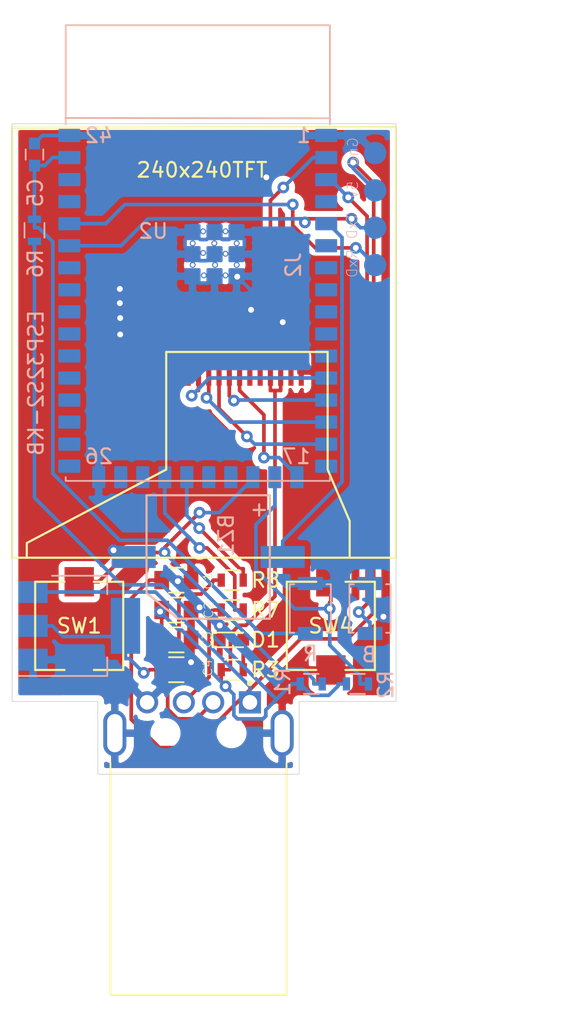
<source format=kicad_pcb>
(kicad_pcb (version 20171130) (host pcbnew "(5.1.7)-1")

  (general
    (thickness 1.6)
    (drawings 21)
    (tracks 295)
    (zones 0)
    (modules 22)
    (nets 45)
  )

  (page A4)
  (title_block
    (date 2020-08-15)
    (rev v1.0)
  )

  (layers
    (0 F.Cu signal)
    (31 B.Cu signal)
    (32 B.Adhes user)
    (33 F.Adhes user)
    (34 B.Paste user)
    (35 F.Paste user)
    (36 B.SilkS user)
    (37 F.SilkS user)
    (38 B.Mask user)
    (39 F.Mask user)
    (40 Dwgs.User user)
    (41 Cmts.User user)
    (42 Eco1.User user)
    (43 Eco2.User user)
    (44 Edge.Cuts user)
    (45 Margin user)
    (46 B.CrtYd user)
    (47 F.CrtYd user)
    (48 B.Fab user)
    (49 F.Fab user)
  )

  (setup
    (last_trace_width 0.25)
    (user_trace_width 0.3)
    (user_trace_width 0.4)
    (user_trace_width 0.5)
    (trace_clearance 0.2)
    (zone_clearance 0.4)
    (zone_45_only no)
    (trace_min 0.2)
    (via_size 0.8)
    (via_drill 0.4)
    (via_min_size 0.4)
    (via_min_drill 0.3)
    (user_via 0.5 0.3)
    (uvia_size 0.3)
    (uvia_drill 0.1)
    (uvias_allowed no)
    (uvia_min_size 0.2)
    (uvia_min_drill 0.1)
    (edge_width 0.05)
    (segment_width 0.2)
    (pcb_text_width 0.3)
    (pcb_text_size 1.5 1.5)
    (mod_edge_width 0.12)
    (mod_text_size 1 1)
    (mod_text_width 0.15)
    (pad_size 1 1)
    (pad_drill 0)
    (pad_to_mask_clearance 0)
    (aux_axis_origin 0 0)
    (visible_elements 7FFFFFFF)
    (pcbplotparams
      (layerselection 0x010fc_ffffffff)
      (usegerberextensions false)
      (usegerberattributes false)
      (usegerberadvancedattributes false)
      (creategerberjobfile false)
      (excludeedgelayer true)
      (linewidth 0.100000)
      (plotframeref false)
      (viasonmask false)
      (mode 1)
      (useauxorigin false)
      (hpglpennumber 1)
      (hpglpenspeed 20)
      (hpglpendiameter 15.000000)
      (psnegative false)
      (psa4output false)
      (plotreference true)
      (plotvalue true)
      (plotinvisibletext false)
      (padsonsilk false)
      (subtractmaskfromsilk false)
      (outputformat 1)
      (mirror false)
      (drillshape 0)
      (scaleselection 1)
      (outputdirectory "gerber/"))
  )

  (net 0 "")
  (net 1 VBUS)
  (net 2 GND)
  (net 3 +3V3)
  (net 4 /EN)
  (net 5 "Net-(D1-Pad2)")
  (net 6 /ESP_D+)
  (net 7 /ESP_D-)
  (net 8 /GPIO45)
  (net 9 /GPIO17E)
  (net 10 /GPIO18E)
  (net 11 /GPIO26E)
  (net 12 /GPUI21E)
  (net 13 /GPIO38E)
  (net 14 /GPIO37E)
  (net 15 /GPIO36E)
  (net 16 /GPIO35E)
  (net 17 /GPIO34E)
  (net 18 /GPIO33E)
  (net 19 /GPIO46E)
  (net 20 /GPIO42E)
  (net 21 /GPIO41E)
  (net 22 /GPIO40E)
  (net 23 /GPIO39E)
  (net 24 "Net-(R7-Pad2)")
  (net 25 "Net-(R8-Pad2)")
  (net 26 /BOOT)
  (net 27 /TFTRESET)
  (net 28 /TFTCS)
  (net 29 /TFTMOSI)
  (net 30 /TFTCLK)
  (net 31 /TFTDC)
  (net 32 "Net-(U2-Pad4)")
  (net 33 "Net-(U2-Pad6)")
  (net 34 "Net-(U2-Pad7)")
  (net 35 "Net-(U2-Pad8)")
  (net 36 "Net-(U2-Pad9)")
  (net 37 "Net-(U2-Pad10)")
  (net 38 "Net-(U2-Pad11)")
  (net 39 "Net-(U2-Pad16)")
  (net 40 /RXD)
  (net 41 /TXD)
  (net 42 /BOUTON2)
  (net 43 /BOUTON1)
  (net 44 "Net-(BZ1-Pad1)")

  (net_class Default "This is the default net class."
    (clearance 0.2)
    (trace_width 0.25)
    (via_dia 0.8)
    (via_drill 0.4)
    (uvia_dia 0.3)
    (uvia_drill 0.1)
    (add_net +3V3)
    (add_net /BOOT)
    (add_net /BOUTON1)
    (add_net /BOUTON2)
    (add_net /EN)
    (add_net /ESP_D+)
    (add_net /ESP_D-)
    (add_net /GPIO17E)
    (add_net /GPIO18E)
    (add_net /GPIO26E)
    (add_net /GPIO33E)
    (add_net /GPIO34E)
    (add_net /GPIO35E)
    (add_net /GPIO36E)
    (add_net /GPIO37E)
    (add_net /GPIO38E)
    (add_net /GPIO39E)
    (add_net /GPIO40E)
    (add_net /GPIO41E)
    (add_net /GPIO42E)
    (add_net /GPIO45)
    (add_net /GPIO46E)
    (add_net /GPUI21E)
    (add_net /RXD)
    (add_net /TFTCLK)
    (add_net /TFTCS)
    (add_net /TFTDC)
    (add_net /TFTMOSI)
    (add_net /TFTRESET)
    (add_net /TXD)
    (add_net GND)
    (add_net "Net-(BZ1-Pad1)")
    (add_net "Net-(D1-Pad2)")
    (add_net "Net-(R7-Pad2)")
    (add_net "Net-(R8-Pad2)")
    (add_net "Net-(U2-Pad10)")
    (add_net "Net-(U2-Pad11)")
    (add_net "Net-(U2-Pad16)")
    (add_net "Net-(U2-Pad4)")
    (add_net "Net-(U2-Pad6)")
    (add_net "Net-(U2-Pad7)")
    (add_net "Net-(U2-Pad8)")
    (add_net "Net-(U2-Pad9)")
    (add_net VBUS)
  )

  (module 18650:MOLEX_48037-0001 (layer F.Cu) (tedit 61615080) (tstamp 61614FB2)
    (at 140.208 82.042)
    (path /616A1927)
    (fp_text reference J1 (at -3.725 -4.235) (layer F.SilkS) hide
      (effects (font (size 1 1) (thickness 0.15)))
    )
    (fp_text value 48037-0001 (at 3.26 18.965) (layer F.Fab)
      (effects (font (size 1 1) (thickness 0.15)))
    )
    (fp_line (start -6 2.75) (end 6 2.75) (layer F.Fab) (width 0.127))
    (fp_line (start -6 2.75) (end -6 17.8) (layer F.Fab) (width 0.127))
    (fp_line (start -6 17.8) (end 6 17.8) (layer F.Fab) (width 0.127))
    (fp_line (start 6 17.8) (end 6 2.75) (layer F.Fab) (width 0.127))
    (fp_line (start -6 2) (end -6 2.75) (layer F.SilkS) (width 0.127))
    (fp_line (start -6 2.75) (end 6 2.75) (layer F.SilkS) (width 0.127))
    (fp_line (start 6 2.75) (end 6 2) (layer F.SilkS) (width 0.127))
    (fp_line (start -6.75 -3.11) (end -6.75 18.05) (layer F.CrtYd) (width 0.05))
    (fp_line (start -6.75 18.05) (end 6.75 18.05) (layer F.CrtYd) (width 0.05))
    (fp_line (start 6.75 18.05) (end 6.75 -3.11) (layer F.CrtYd) (width 0.05))
    (fp_line (start 6.75 -3.11) (end -6.75 -3.11) (layer F.CrtYd) (width 0.05))
    (fp_line (start -6 2.75) (end -6 17.8) (layer F.SilkS) (width 0.127))
    (fp_line (start -6 17.8) (end 6 17.8) (layer F.SilkS) (width 0.127))
    (fp_line (start 6 17.8) (end 6 2.75) (layer F.SilkS) (width 0.127))
    (fp_circle (center 3.5 -3.4) (end 3.6 -3.4) (layer F.SilkS) (width 0.2))
    (fp_circle (center 3.5 -3.4) (end 3.6 -3.4) (layer F.Fab) (width 0.2))
    (pad S1 thru_hole oval (at 5.7 0) (size 1.575 3.15) (drill oval 1.05 2.6) (layers *.Cu *.Mask)
      (net 2 GND))
    (pad S2 thru_hole oval (at -5.7 0) (size 1.575 3.15) (drill oval 1.05 2.6) (layers *.Cu *.Mask)
      (net 2 GND))
    (pad None np_thru_hole circle (at -2.25 0) (size 1.25 1.25) (drill 1.25) (layers *.Cu *.Mask))
    (pad None np_thru_hole circle (at 2.25 0) (size 1.25 1.25) (drill 1.25) (layers *.Cu *.Mask))
    (pad 4 thru_hole circle (at -3.5 -2.1) (size 1.508 1.508) (drill 1) (layers *.Cu *.Mask)
      (net 2 GND))
    (pad 3 thru_hole circle (at -1 -2.1) (size 1.508 1.508) (drill 1) (layers *.Cu *.Mask)
      (net 6 /ESP_D+))
    (pad 2 thru_hole circle (at 1 -2.1) (size 1.508 1.508) (drill 1) (layers *.Cu *.Mask)
      (net 7 /ESP_D-))
    (pad 1 thru_hole rect (at 3.5 -2.1) (size 1.508 1.508) (drill 1) (layers *.Cu *.Mask)
      (net 1 VBUS))
    (model ${KIPRJMOD}/48037-0001.step
      (offset (xyz 0 -17.75 2))
      (scale (xyz 1 1 1))
      (rotate (xyz -90 0 0))
    )
  )

  (module 18650:240240TFT (layer F.Cu) (tedit 5F156CE1) (tstamp 615F2C7C)
    (at 127.508 70.104)
    (path /61675C78)
    (fp_text reference U5 (at 12.5 -1.5) (layer F.SilkS) hide
      (effects (font (size 1 1) (thickness 0.15)))
    )
    (fp_text value 240x240TFT (at 12.94 -26.38) (layer F.SilkS)
      (effects (font (size 1 1) (thickness 0.15)))
    )
    (fp_line (start 26.15 0) (end 0 0) (layer F.SilkS) (width 0.15))
    (fp_line (start 26.15 -29.3) (end 26.15 0) (layer F.SilkS) (width 0.15))
    (fp_line (start 0 -29.26) (end 26.15 -29.3) (layer F.SilkS) (width 0.15))
    (fp_line (start 0 0) (end 0 -29.26) (layer F.SilkS) (width 0.15))
    (fp_line (start -0.03 -13.12) (end 0.73 -13.12) (layer F.CrtYd) (width 0.15))
    (fp_line (start 11.98 -13.03) (end 11.98 -12.95) (layer F.CrtYd) (width 0.15))
    (fp_line (start 19.68 -13.12) (end 19.68 -12.84) (layer F.CrtYd) (width 0.15))
    (fp_line (start 0.5 -3.5) (end 0.5 -28.5) (layer F.CrtYd) (width 0.15))
    (fp_line (start 1 -3.5) (end 0.5 -3.5) (layer F.CrtYd) (width 0.15))
    (fp_line (start 25.5 -28.5) (end 25.5 -4) (layer F.CrtYd) (width 0.15))
    (fp_line (start 0.5 -28.5) (end 25.5 -28.5) (layer F.CrtYd) (width 0.15))
    (fp_line (start 25.5 -3.5) (end 25.5 -4) (layer F.CrtYd) (width 0.15))
    (fp_line (start 1 -3.5) (end 25.5 -3.5) (layer F.CrtYd) (width 0.15))
    (fp_line (start 10.5 -6) (end 1 -1) (layer F.SilkS) (width 0.15))
    (fp_line (start 10.5 -14) (end 10.5 -6) (layer F.SilkS) (width 0.15))
    (fp_line (start 21.5 -14) (end 10.5 -14) (layer F.SilkS) (width 0.15))
    (fp_line (start 21.5 -6) (end 21.5 -14) (layer F.SilkS) (width 0.15))
    (fp_line (start 23 -2.5) (end 21.5 -6) (layer F.SilkS) (width 0.15))
    (fp_line (start 23 -0.5) (end 23 -2.5) (layer F.SilkS) (width 0.15))
    (fp_line (start 23 -0.5) (end 23 0) (layer F.SilkS) (width 0.15))
    (fp_line (start 1 -1) (end 1 0) (layer F.SilkS) (width 0.15))
    (pad 12 smd rect (at 12 -12.7) (size 0.35 2) (layers F.Cu F.Paste F.Mask)
      (net 2 GND))
    (pad 11 smd rect (at 12.7 -12.7) (size 0.35 2) (layers F.Cu F.Paste F.Mask)
      (net 27 /TFTRESET))
    (pad 10 smd rect (at 13.4 -12.7) (size 0.35 2) (layers F.Cu F.Paste F.Mask)
      (net 29 /TFTMOSI))
    (pad 9 smd rect (at 14.1 -12.7) (size 0.35 2) (layers F.Cu F.Paste F.Mask)
      (net 30 /TFTCLK))
    (pad 8 smd rect (at 14.8 -12.7) (size 0.35 2) (layers F.Cu F.Paste F.Mask)
      (net 28 /TFTCS))
    (pad 7 smd rect (at 15.5 -12.7) (size 0.35 2) (layers F.Cu F.Paste F.Mask)
      (net 31 /TFTDC))
    (pad 6 smd rect (at 16.2 -12.7) (size 0.35 2) (layers F.Cu F.Paste F.Mask)
      (net 2 GND))
    (pad 5 smd rect (at 16.9 -12.7) (size 0.35 2) (layers F.Cu F.Paste F.Mask)
      (net 2 GND))
    (pad 4 smd rect (at 17.6 -12.7) (size 0.35 2) (layers F.Cu F.Paste F.Mask)
      (net 3 +3V3))
    (pad 3 smd rect (at 18.3 -12.7) (size 0.35 2) (layers F.Cu F.Paste F.Mask)
      (net 3 +3V3))
    (pad 2 smd rect (at 19 -12.7) (size 0.35 2) (layers F.Cu F.Paste F.Mask)
      (net 2 GND))
    (pad 1 smd rect (at 19.7 -12.7) (size 0.35 2) (layers F.Cu F.Paste F.Mask)
      (net 2 GND))
    (model D:/NasCloud/Creation3D/240240tft/240240TFT.STEP
      (offset (xyz -72.5 -187 1.5))
      (scale (xyz 1 1 1))
      (rotate (xyz 0 0 0))
    )
  )

  (module Capacitors_SMD:C_0805 (layer F.Cu) (tedit 58AA8463) (tstamp 615F2AD6)
    (at 138.7 71.628)
    (descr "Capacitor SMD 0805, reflow soldering, AVX (see smccp.pdf)")
    (tags "capacitor 0805")
    (path /5EF16445)
    (attr smd)
    (fp_text reference C1 (at 2.143 0.0635 90) (layer F.SilkS)
      (effects (font (size 0.6 0.6) (thickness 0.05)))
    )
    (fp_text value 10u (at 0 1.75) (layer F.Fab)
      (effects (font (size 1 1) (thickness 0.15)))
    )
    (fp_line (start 1.75 0.87) (end -1.75 0.87) (layer F.CrtYd) (width 0.05))
    (fp_line (start 1.75 0.87) (end 1.75 -0.88) (layer F.CrtYd) (width 0.05))
    (fp_line (start -1.75 -0.88) (end -1.75 0.87) (layer F.CrtYd) (width 0.05))
    (fp_line (start -1.75 -0.88) (end 1.75 -0.88) (layer F.CrtYd) (width 0.05))
    (fp_line (start -0.5 0.85) (end 0.5 0.85) (layer F.SilkS) (width 0.12))
    (fp_line (start 0.5 -0.85) (end -0.5 -0.85) (layer F.SilkS) (width 0.12))
    (fp_line (start -1 -0.62) (end 1 -0.62) (layer F.Fab) (width 0.1))
    (fp_line (start 1 -0.62) (end 1 0.62) (layer F.Fab) (width 0.1))
    (fp_line (start 1 0.62) (end -1 0.62) (layer F.Fab) (width 0.1))
    (fp_line (start -1 0.62) (end -1 -0.62) (layer F.Fab) (width 0.1))
    (fp_text user %R (at 0 -1.5) (layer F.Fab)
      (effects (font (size 1 1) (thickness 0.15)))
    )
    (pad 1 smd rect (at -1 0) (size 1 1.25) (layers F.Cu F.Paste F.Mask)
      (net 1 VBUS))
    (pad 2 smd rect (at 1 0) (size 1 1.25) (layers F.Cu F.Paste F.Mask)
      (net 2 GND))
    (model Capacitors_SMD.3dshapes/C_0805.wrl
      (at (xyz 0 0 0))
      (scale (xyz 1 1 1))
      (rotate (xyz 0 0 0))
    )
  )

  (module Capacitors_SMD:C_0805 (layer F.Cu) (tedit 58AA8463) (tstamp 615F2AE7)
    (at 138.7 73.66)
    (descr "Capacitor SMD 0805, reflow soldering, AVX (see smccp.pdf)")
    (tags "capacitor 0805")
    (path /5EF7516F)
    (attr smd)
    (fp_text reference C2 (at 2.2065 0 90) (layer F.SilkS)
      (effects (font (size 0.6 0.6) (thickness 0.05)))
    )
    (fp_text value 10u (at 0 1.75) (layer F.Fab)
      (effects (font (size 1 1) (thickness 0.15)))
    )
    (fp_line (start 1.75 0.87) (end -1.75 0.87) (layer F.CrtYd) (width 0.05))
    (fp_line (start 1.75 0.87) (end 1.75 -0.88) (layer F.CrtYd) (width 0.05))
    (fp_line (start -1.75 -0.88) (end -1.75 0.87) (layer F.CrtYd) (width 0.05))
    (fp_line (start -1.75 -0.88) (end 1.75 -0.88) (layer F.CrtYd) (width 0.05))
    (fp_line (start -0.5 0.85) (end 0.5 0.85) (layer F.SilkS) (width 0.12))
    (fp_line (start 0.5 -0.85) (end -0.5 -0.85) (layer F.SilkS) (width 0.12))
    (fp_line (start -1 -0.62) (end 1 -0.62) (layer F.Fab) (width 0.1))
    (fp_line (start 1 -0.62) (end 1 0.62) (layer F.Fab) (width 0.1))
    (fp_line (start 1 0.62) (end -1 0.62) (layer F.Fab) (width 0.1))
    (fp_line (start -1 0.62) (end -1 -0.62) (layer F.Fab) (width 0.1))
    (fp_text user %R (at 0 -1.5) (layer F.Fab)
      (effects (font (size 1 1) (thickness 0.15)))
    )
    (pad 1 smd rect (at -1 0) (size 1 1.25) (layers F.Cu F.Paste F.Mask)
      (net 3 +3V3))
    (pad 2 smd rect (at 1 0) (size 1 1.25) (layers F.Cu F.Paste F.Mask)
      (net 2 GND))
    (model Capacitors_SMD.3dshapes/C_0805.wrl
      (at (xyz 0 0 0))
      (scale (xyz 1 1 1))
      (rotate (xyz 0 0 0))
    )
  )

  (module Capacitors_SMD:C_0805 (layer F.Cu) (tedit 58AA8463) (tstamp 615F2AF8)
    (at 138.7 75.692)
    (descr "Capacitor SMD 0805, reflow soldering, AVX (see smccp.pdf)")
    (tags "capacitor 0805")
    (path /5F086FA6)
    (attr smd)
    (fp_text reference C3 (at 2.0795 0 90) (layer F.SilkS)
      (effects (font (size 0.6 0.6) (thickness 0.05)))
    )
    (fp_text value 100n (at 0 1.75) (layer F.Fab)
      (effects (font (size 1 1) (thickness 0.15)))
    )
    (fp_line (start -1 0.62) (end -1 -0.62) (layer F.Fab) (width 0.1))
    (fp_line (start 1 0.62) (end -1 0.62) (layer F.Fab) (width 0.1))
    (fp_line (start 1 -0.62) (end 1 0.62) (layer F.Fab) (width 0.1))
    (fp_line (start -1 -0.62) (end 1 -0.62) (layer F.Fab) (width 0.1))
    (fp_line (start 0.5 -0.85) (end -0.5 -0.85) (layer F.SilkS) (width 0.12))
    (fp_line (start -0.5 0.85) (end 0.5 0.85) (layer F.SilkS) (width 0.12))
    (fp_line (start -1.75 -0.88) (end 1.75 -0.88) (layer F.CrtYd) (width 0.05))
    (fp_line (start -1.75 -0.88) (end -1.75 0.87) (layer F.CrtYd) (width 0.05))
    (fp_line (start 1.75 0.87) (end 1.75 -0.88) (layer F.CrtYd) (width 0.05))
    (fp_line (start 1.75 0.87) (end -1.75 0.87) (layer F.CrtYd) (width 0.05))
    (fp_text user %R (at 0 -1.5) (layer F.Fab)
      (effects (font (size 1 1) (thickness 0.15)))
    )
    (pad 2 smd rect (at 1 0) (size 1 1.25) (layers F.Cu F.Paste F.Mask)
      (net 2 GND))
    (pad 1 smd rect (at -1 0) (size 1 1.25) (layers F.Cu F.Paste F.Mask)
      (net 3 +3V3))
    (model Capacitors_SMD.3dshapes/C_0805.wrl
      (at (xyz 0 0 0))
      (scale (xyz 1 1 1))
      (rotate (xyz 0 0 0))
    )
  )

  (module Capacitors_SMD:C_0805 (layer F.Cu) (tedit 58AA8463) (tstamp 615F2B09)
    (at 138.7 77.724)
    (descr "Capacitor SMD 0805, reflow soldering, AVX (see smccp.pdf)")
    (tags "capacitor 0805")
    (path /5EF69824)
    (attr smd)
    (fp_text reference C4 (at 2.143 -0.127 90) (layer F.SilkS)
      (effects (font (size 0.6 0.6) (thickness 0.05)))
    )
    (fp_text value 100n (at 0 1.75) (layer F.Fab)
      (effects (font (size 1 1) (thickness 0.15)))
    )
    (fp_line (start -1 0.62) (end -1 -0.62) (layer F.Fab) (width 0.1))
    (fp_line (start 1 0.62) (end -1 0.62) (layer F.Fab) (width 0.1))
    (fp_line (start 1 -0.62) (end 1 0.62) (layer F.Fab) (width 0.1))
    (fp_line (start -1 -0.62) (end 1 -0.62) (layer F.Fab) (width 0.1))
    (fp_line (start 0.5 -0.85) (end -0.5 -0.85) (layer F.SilkS) (width 0.12))
    (fp_line (start -0.5 0.85) (end 0.5 0.85) (layer F.SilkS) (width 0.12))
    (fp_line (start -1.75 -0.88) (end 1.75 -0.88) (layer F.CrtYd) (width 0.05))
    (fp_line (start -1.75 -0.88) (end -1.75 0.87) (layer F.CrtYd) (width 0.05))
    (fp_line (start 1.75 0.87) (end 1.75 -0.88) (layer F.CrtYd) (width 0.05))
    (fp_line (start 1.75 0.87) (end -1.75 0.87) (layer F.CrtYd) (width 0.05))
    (fp_text user %R (at 0 -1.5) (layer F.Fab)
      (effects (font (size 1 1) (thickness 0.15)))
    )
    (pad 2 smd rect (at 1 0) (size 1 1.25) (layers F.Cu F.Paste F.Mask)
      (net 2 GND))
    (pad 1 smd rect (at -1 0) (size 1 1.25) (layers F.Cu F.Paste F.Mask)
      (net 3 +3V3))
    (model Capacitors_SMD.3dshapes/C_0805.wrl
      (at (xyz 0 0 0))
      (scale (xyz 1 1 1))
      (rotate (xyz 0 0 0))
    )
  )

  (module Capacitors_SMD:C_0603 (layer B.Cu) (tedit 59958EE7) (tstamp 615F2B1A)
    (at 129.032 42.672 90)
    (descr "Capacitor SMD 0603, reflow soldering, AVX (see smccp.pdf)")
    (tags "capacitor 0603")
    (path /6158266D)
    (attr smd)
    (fp_text reference C5 (at -2.6035 0.0635 90) (layer B.SilkS)
      (effects (font (size 1 1) (thickness 0.15)) (justify mirror))
    )
    (fp_text value 100n (at 0 -1.5 90) (layer B.Fab)
      (effects (font (size 1 1) (thickness 0.15)) (justify mirror))
    )
    (fp_line (start 1.4 -0.65) (end -1.4 -0.65) (layer B.CrtYd) (width 0.05))
    (fp_line (start 1.4 -0.65) (end 1.4 0.65) (layer B.CrtYd) (width 0.05))
    (fp_line (start -1.4 0.65) (end -1.4 -0.65) (layer B.CrtYd) (width 0.05))
    (fp_line (start -1.4 0.65) (end 1.4 0.65) (layer B.CrtYd) (width 0.05))
    (fp_line (start 0.35 -0.6) (end -0.35 -0.6) (layer B.SilkS) (width 0.12))
    (fp_line (start -0.35 0.6) (end 0.35 0.6) (layer B.SilkS) (width 0.12))
    (fp_line (start -0.8 0.4) (end 0.8 0.4) (layer B.Fab) (width 0.1))
    (fp_line (start 0.8 0.4) (end 0.8 -0.4) (layer B.Fab) (width 0.1))
    (fp_line (start 0.8 -0.4) (end -0.8 -0.4) (layer B.Fab) (width 0.1))
    (fp_line (start -0.8 -0.4) (end -0.8 0.4) (layer B.Fab) (width 0.1))
    (fp_text user %R (at 0 0 90) (layer B.Fab)
      (effects (font (size 0.3 0.3) (thickness 0.075)) (justify mirror))
    )
    (pad 1 smd rect (at -0.75 0 90) (size 0.8 0.75) (layers B.Cu B.Paste B.Mask)
      (net 4 /EN))
    (pad 2 smd rect (at 0.75 0 90) (size 0.8 0.75) (layers B.Cu B.Paste B.Mask)
      (net 2 GND))
    (model Capacitors_SMD.3dshapes/C_0603.wrl
      (at (xyz 0 0 0))
      (scale (xyz 1 1 1))
      (rotate (xyz 0 0 0))
    )
  )

  (module LEDs:LED_0603 (layer F.Cu) (tedit 57FE93A5) (tstamp 615F2B2F)
    (at 142.456 75.692)
    (descr "LED 0603 smd package")
    (tags "LED led 0603 SMD smd SMT smt smdled SMDLED smtled SMTLED")
    (path /5EF183A5)
    (attr smd)
    (fp_text reference D1 (at 2.324 0) (layer F.SilkS)
      (effects (font (size 1 1) (thickness 0.15)))
    )
    (fp_text value "LED GN" (at 0 1.35) (layer F.Fab)
      (effects (font (size 1 1) (thickness 0.15)))
    )
    (fp_line (start -1.3 -0.5) (end -1.3 0.5) (layer F.SilkS) (width 0.12))
    (fp_line (start -0.2 -0.2) (end -0.2 0.2) (layer F.Fab) (width 0.1))
    (fp_line (start -0.15 0) (end 0.15 -0.2) (layer F.Fab) (width 0.1))
    (fp_line (start 0.15 0.2) (end -0.15 0) (layer F.Fab) (width 0.1))
    (fp_line (start 0.15 -0.2) (end 0.15 0.2) (layer F.Fab) (width 0.1))
    (fp_line (start 0.8 0.4) (end -0.8 0.4) (layer F.Fab) (width 0.1))
    (fp_line (start 0.8 -0.4) (end 0.8 0.4) (layer F.Fab) (width 0.1))
    (fp_line (start -0.8 -0.4) (end 0.8 -0.4) (layer F.Fab) (width 0.1))
    (fp_line (start -0.8 0.4) (end -0.8 -0.4) (layer F.Fab) (width 0.1))
    (fp_line (start -1.3 0.5) (end 0.8 0.5) (layer F.SilkS) (width 0.12))
    (fp_line (start -1.3 -0.5) (end 0.8 -0.5) (layer F.SilkS) (width 0.12))
    (fp_line (start 1.45 -0.65) (end 1.45 0.65) (layer F.CrtYd) (width 0.05))
    (fp_line (start 1.45 0.65) (end -1.45 0.65) (layer F.CrtYd) (width 0.05))
    (fp_line (start -1.45 0.65) (end -1.45 -0.65) (layer F.CrtYd) (width 0.05))
    (fp_line (start -1.45 -0.65) (end 1.45 -0.65) (layer F.CrtYd) (width 0.05))
    (pad 1 smd rect (at -0.8 0 180) (size 0.8 0.8) (layers F.Cu F.Paste F.Mask)
      (net 2 GND))
    (pad 2 smd rect (at 0.8 0 180) (size 0.8 0.8) (layers F.Cu F.Paste F.Mask)
      (net 5 "Net-(D1-Pad2)"))
    (model ${KISYS3DMOD}/LEDs.3dshapes/LED_0603.wrl
      (at (xyz 0 0 0))
      (scale (xyz 1 1 1))
      (rotate (xyz 0 0 180))
    )
  )

  (module Resistors_SMD:R_0603 (layer F.Cu) (tedit 58E0A804) (tstamp 615F2B93)
    (at 142.506 77.724)
    (descr "Resistor SMD 0603, reflow soldering, Vishay (see dcrcw.pdf)")
    (tags "resistor 0603")
    (path /5EF17989)
    (attr smd)
    (fp_text reference R3 (at 2.274 0) (layer F.SilkS)
      (effects (font (size 1 1) (thickness 0.15)))
    )
    (fp_text value 1k (at 0 1.5) (layer F.Fab)
      (effects (font (size 1 1) (thickness 0.15)))
    )
    (fp_line (start -0.8 0.4) (end -0.8 -0.4) (layer F.Fab) (width 0.1))
    (fp_line (start 0.8 0.4) (end -0.8 0.4) (layer F.Fab) (width 0.1))
    (fp_line (start 0.8 -0.4) (end 0.8 0.4) (layer F.Fab) (width 0.1))
    (fp_line (start -0.8 -0.4) (end 0.8 -0.4) (layer F.Fab) (width 0.1))
    (fp_line (start 0.5 0.68) (end -0.5 0.68) (layer F.SilkS) (width 0.12))
    (fp_line (start -0.5 -0.68) (end 0.5 -0.68) (layer F.SilkS) (width 0.12))
    (fp_line (start -1.25 -0.7) (end 1.25 -0.7) (layer F.CrtYd) (width 0.05))
    (fp_line (start -1.25 -0.7) (end -1.25 0.7) (layer F.CrtYd) (width 0.05))
    (fp_line (start 1.25 0.7) (end 1.25 -0.7) (layer F.CrtYd) (width 0.05))
    (fp_line (start 1.25 0.7) (end -1.25 0.7) (layer F.CrtYd) (width 0.05))
    (fp_text user %R (at 0 0) (layer F.Fab)
      (effects (font (size 0.4 0.4) (thickness 0.075)))
    )
    (pad 2 smd rect (at 0.75 0) (size 0.5 0.9) (layers F.Cu F.Paste F.Mask)
      (net 5 "Net-(D1-Pad2)"))
    (pad 1 smd rect (at -0.75 0) (size 0.5 0.9) (layers F.Cu F.Paste F.Mask)
      (net 3 +3V3))
    (model ${KISYS3DMOD}/Resistors_SMD.3dshapes/R_0603.wrl
      (at (xyz 0 0 0))
      (scale (xyz 1 1 1))
      (rotate (xyz 0 0 0))
    )
  )

  (module Resistors_SMD:R_0603 (layer B.Cu) (tedit 58E0A804) (tstamp 615F2BA4)
    (at 129.032 47.8275 90)
    (descr "Resistor SMD 0603, reflow soldering, Vishay (see dcrcw.pdf)")
    (tags "resistor 0603")
    (path /61579866)
    (attr smd)
    (fp_text reference R6 (at -2.274 0.0635 90) (layer B.SilkS)
      (effects (font (size 1 1) (thickness 0.15)) (justify mirror))
    )
    (fp_text value 10k (at 0 -1.5 90) (layer B.Fab)
      (effects (font (size 1 1) (thickness 0.15)) (justify mirror))
    )
    (fp_line (start 1.25 -0.7) (end -1.25 -0.7) (layer B.CrtYd) (width 0.05))
    (fp_line (start 1.25 -0.7) (end 1.25 0.7) (layer B.CrtYd) (width 0.05))
    (fp_line (start -1.25 0.7) (end -1.25 -0.7) (layer B.CrtYd) (width 0.05))
    (fp_line (start -1.25 0.7) (end 1.25 0.7) (layer B.CrtYd) (width 0.05))
    (fp_line (start -0.5 0.68) (end 0.5 0.68) (layer B.SilkS) (width 0.12))
    (fp_line (start 0.5 -0.68) (end -0.5 -0.68) (layer B.SilkS) (width 0.12))
    (fp_line (start -0.8 0.4) (end 0.8 0.4) (layer B.Fab) (width 0.1))
    (fp_line (start 0.8 0.4) (end 0.8 -0.4) (layer B.Fab) (width 0.1))
    (fp_line (start 0.8 -0.4) (end -0.8 -0.4) (layer B.Fab) (width 0.1))
    (fp_line (start -0.8 -0.4) (end -0.8 0.4) (layer B.Fab) (width 0.1))
    (fp_text user %R (at 0 0 90) (layer B.Fab)
      (effects (font (size 0.4 0.4) (thickness 0.075)) (justify mirror))
    )
    (pad 1 smd rect (at -0.75 0 90) (size 0.5 0.9) (layers B.Cu B.Paste B.Mask)
      (net 3 +3V3))
    (pad 2 smd rect (at 0.75 0 90) (size 0.5 0.9) (layers B.Cu B.Paste B.Mask)
      (net 4 /EN))
    (model ${KISYS3DMOD}/Resistors_SMD.3dshapes/R_0603.wrl
      (at (xyz 0 0 0))
      (scale (xyz 1 1 1))
      (rotate (xyz 0 0 0))
    )
  )

  (module Resistors_SMD:R_0603 (layer F.Cu) (tedit 58E0A804) (tstamp 615F2BB5)
    (at 142.506 73.66)
    (descr "Resistor SMD 0603, reflow soldering, Vishay (see dcrcw.pdf)")
    (tags "resistor 0603")
    (path /616E3371)
    (attr smd)
    (fp_text reference R7 (at 2.274 0) (layer F.SilkS)
      (effects (font (size 1 1) (thickness 0.15)))
    )
    (fp_text value 22R (at 0 1.5) (layer F.Fab)
      (effects (font (size 1 1) (thickness 0.15)))
    )
    (fp_line (start 1.25 0.7) (end -1.25 0.7) (layer F.CrtYd) (width 0.05))
    (fp_line (start 1.25 0.7) (end 1.25 -0.7) (layer F.CrtYd) (width 0.05))
    (fp_line (start -1.25 -0.7) (end -1.25 0.7) (layer F.CrtYd) (width 0.05))
    (fp_line (start -1.25 -0.7) (end 1.25 -0.7) (layer F.CrtYd) (width 0.05))
    (fp_line (start -0.5 -0.68) (end 0.5 -0.68) (layer F.SilkS) (width 0.12))
    (fp_line (start 0.5 0.68) (end -0.5 0.68) (layer F.SilkS) (width 0.12))
    (fp_line (start -0.8 -0.4) (end 0.8 -0.4) (layer F.Fab) (width 0.1))
    (fp_line (start 0.8 -0.4) (end 0.8 0.4) (layer F.Fab) (width 0.1))
    (fp_line (start 0.8 0.4) (end -0.8 0.4) (layer F.Fab) (width 0.1))
    (fp_line (start -0.8 0.4) (end -0.8 -0.4) (layer F.Fab) (width 0.1))
    (fp_text user %R (at 0 0) (layer F.Fab)
      (effects (font (size 0.4 0.4) (thickness 0.075)))
    )
    (pad 1 smd rect (at -0.75 0) (size 0.5 0.9) (layers F.Cu F.Paste F.Mask)
      (net 6 /ESP_D+))
    (pad 2 smd rect (at 0.75 0) (size 0.5 0.9) (layers F.Cu F.Paste F.Mask)
      (net 24 "Net-(R7-Pad2)"))
    (model ${KISYS3DMOD}/Resistors_SMD.3dshapes/R_0603.wrl
      (at (xyz 0 0 0))
      (scale (xyz 1 1 1))
      (rotate (xyz 0 0 0))
    )
  )

  (module Resistors_SMD:R_0603 (layer F.Cu) (tedit 58E0A804) (tstamp 615F2BC6)
    (at 142.506 71.628)
    (descr "Resistor SMD 0603, reflow soldering, Vishay (see dcrcw.pdf)")
    (tags "resistor 0603")
    (path /616EF47E)
    (attr smd)
    (fp_text reference R8 (at 2.274 0) (layer F.SilkS)
      (effects (font (size 1 1) (thickness 0.15)))
    )
    (fp_text value 22R (at 0 1.5) (layer F.Fab)
      (effects (font (size 1 1) (thickness 0.15)))
    )
    (fp_line (start -0.8 0.4) (end -0.8 -0.4) (layer F.Fab) (width 0.1))
    (fp_line (start 0.8 0.4) (end -0.8 0.4) (layer F.Fab) (width 0.1))
    (fp_line (start 0.8 -0.4) (end 0.8 0.4) (layer F.Fab) (width 0.1))
    (fp_line (start -0.8 -0.4) (end 0.8 -0.4) (layer F.Fab) (width 0.1))
    (fp_line (start 0.5 0.68) (end -0.5 0.68) (layer F.SilkS) (width 0.12))
    (fp_line (start -0.5 -0.68) (end 0.5 -0.68) (layer F.SilkS) (width 0.12))
    (fp_line (start -1.25 -0.7) (end 1.25 -0.7) (layer F.CrtYd) (width 0.05))
    (fp_line (start -1.25 -0.7) (end -1.25 0.7) (layer F.CrtYd) (width 0.05))
    (fp_line (start 1.25 0.7) (end 1.25 -0.7) (layer F.CrtYd) (width 0.05))
    (fp_line (start 1.25 0.7) (end -1.25 0.7) (layer F.CrtYd) (width 0.05))
    (fp_text user %R (at 0 0) (layer F.Fab)
      (effects (font (size 0.4 0.4) (thickness 0.075)))
    )
    (pad 2 smd rect (at 0.75 0) (size 0.5 0.9) (layers F.Cu F.Paste F.Mask)
      (net 25 "Net-(R8-Pad2)"))
    (pad 1 smd rect (at -0.75 0) (size 0.5 0.9) (layers F.Cu F.Paste F.Mask)
      (net 7 /ESP_D-))
    (model ${KISYS3DMOD}/Resistors_SMD.3dshapes/R_0603.wrl
      (at (xyz 0 0 0))
      (scale (xyz 1 1 1))
      (rotate (xyz 0 0 0))
    )
  )

  (module Buttons_Switches_SMD:SW_SPST_B3U-1000P (layer B.Cu) (tedit 58724258) (tstamp 615F2BDC)
    (at 151.892 73.5584 270)
    (descr "Ultra-small-sized Tactile Switch with High Contact Reliability, Top-actuated Model, without Ground Terminal, without Boss")
    (tags "Tactile Switch")
    (path /615A09B5)
    (attr smd)
    (fp_text reference SW2 (at 0 2.5 270) (layer B.SilkS) hide
      (effects (font (size 1 1) (thickness 0.15)) (justify mirror))
    )
    (fp_text value esp32Rst (at 0 -2.5 270) (layer B.Fab)
      (effects (font (size 1 1) (thickness 0.15)) (justify mirror))
    )
    (fp_circle (center 0 0) (end 0.75 0) (layer B.Fab) (width 0.1))
    (fp_line (start -1.5 -1.25) (end -1.5 1.25) (layer B.Fab) (width 0.1))
    (fp_line (start 1.5 -1.25) (end -1.5 -1.25) (layer B.Fab) (width 0.1))
    (fp_line (start 1.5 1.25) (end 1.5 -1.25) (layer B.Fab) (width 0.1))
    (fp_line (start -1.5 1.25) (end 1.5 1.25) (layer B.Fab) (width 0.1))
    (fp_line (start 1.65 1.4) (end 1.65 1.1) (layer B.SilkS) (width 0.12))
    (fp_line (start -1.65 1.4) (end 1.65 1.4) (layer B.SilkS) (width 0.12))
    (fp_line (start -1.65 1.1) (end -1.65 1.4) (layer B.SilkS) (width 0.12))
    (fp_line (start 1.65 -1.4) (end 1.65 -1.1) (layer B.SilkS) (width 0.12))
    (fp_line (start -1.65 -1.4) (end 1.65 -1.4) (layer B.SilkS) (width 0.12))
    (fp_line (start -1.65 -1.1) (end -1.65 -1.4) (layer B.SilkS) (width 0.12))
    (fp_line (start -2.4 1.65) (end -2.4 -1.65) (layer B.CrtYd) (width 0.05))
    (fp_line (start 2.4 1.65) (end -2.4 1.65) (layer B.CrtYd) (width 0.05))
    (fp_line (start 2.4 -1.65) (end 2.4 1.65) (layer B.CrtYd) (width 0.05))
    (fp_line (start -2.4 -1.65) (end 2.4 -1.65) (layer B.CrtYd) (width 0.05))
    (fp_text user %R (at 0 2.5 270) (layer B.Fab)
      (effects (font (size 1 1) (thickness 0.15)) (justify mirror))
    )
    (pad 1 smd rect (at -1.7 0 270) (size 0.9 1.7) (layers B.Cu B.Paste B.Mask)
      (net 2 GND))
    (pad 2 smd rect (at 1.7 0 270) (size 0.9 1.7) (layers B.Cu B.Paste B.Mask)
      (net 26 /BOOT))
    (model ${KIPRJMOD}/B3U1000P.step
      (at (xyz 0 0 0))
      (scale (xyz 1 1 1))
      (rotate (xyz -90 0 0))
    )
  )

  (module Buttons_Switches_SMD:SW_SPST_B3U-1000P (layer B.Cu) (tedit 58724258) (tstamp 615F2BF2)
    (at 147.828 73.5584 270)
    (descr "Ultra-small-sized Tactile Switch with High Contact Reliability, Top-actuated Model, without Ground Terminal, without Boss")
    (tags "Tactile Switch")
    (path /6158D2AF)
    (attr smd)
    (fp_text reference SW3 (at 0 2.5 270) (layer B.SilkS) hide
      (effects (font (size 1 1) (thickness 0.15)) (justify mirror))
    )
    (fp_text value esp32Rst (at 0 -2.5 270) (layer B.Fab)
      (effects (font (size 1 1) (thickness 0.15)) (justify mirror))
    )
    (fp_line (start -2.4 -1.65) (end 2.4 -1.65) (layer B.CrtYd) (width 0.05))
    (fp_line (start 2.4 -1.65) (end 2.4 1.65) (layer B.CrtYd) (width 0.05))
    (fp_line (start 2.4 1.65) (end -2.4 1.65) (layer B.CrtYd) (width 0.05))
    (fp_line (start -2.4 1.65) (end -2.4 -1.65) (layer B.CrtYd) (width 0.05))
    (fp_line (start -1.65 -1.1) (end -1.65 -1.4) (layer B.SilkS) (width 0.12))
    (fp_line (start -1.65 -1.4) (end 1.65 -1.4) (layer B.SilkS) (width 0.12))
    (fp_line (start 1.65 -1.4) (end 1.65 -1.1) (layer B.SilkS) (width 0.12))
    (fp_line (start -1.65 1.1) (end -1.65 1.4) (layer B.SilkS) (width 0.12))
    (fp_line (start -1.65 1.4) (end 1.65 1.4) (layer B.SilkS) (width 0.12))
    (fp_line (start 1.65 1.4) (end 1.65 1.1) (layer B.SilkS) (width 0.12))
    (fp_line (start -1.5 1.25) (end 1.5 1.25) (layer B.Fab) (width 0.1))
    (fp_line (start 1.5 1.25) (end 1.5 -1.25) (layer B.Fab) (width 0.1))
    (fp_line (start 1.5 -1.25) (end -1.5 -1.25) (layer B.Fab) (width 0.1))
    (fp_line (start -1.5 -1.25) (end -1.5 1.25) (layer B.Fab) (width 0.1))
    (fp_circle (center 0 0) (end 0.75 0) (layer B.Fab) (width 0.1))
    (fp_text user %R (at 0 2.5 270) (layer B.Fab)
      (effects (font (size 1 1) (thickness 0.15)) (justify mirror))
    )
    (pad 2 smd rect (at 1.7 0 270) (size 0.9 1.7) (layers B.Cu B.Paste B.Mask)
      (net 4 /EN))
    (pad 1 smd rect (at -1.7 0 270) (size 0.9 1.7) (layers B.Cu B.Paste B.Mask)
      (net 2 GND))
    (model ${KIPRJMOD}/B3U1000P.step
      (at (xyz 0 0 0))
      (scale (xyz 1 1 1))
      (rotate (xyz -90 0 0))
    )
  )

  (module 18650:esp32-s2-wrooom (layer B.Cu) (tedit 5F08798E) (tstamp 615F2C41)
    (at 140.11 49.276 180)
    (path /6155AE41)
    (fp_text reference U2 (at 2.9845 1.397) (layer B.SilkS)
      (effects (font (size 1 1) (thickness 0.15)) (justify mirror))
    )
    (fp_text value ESP32-S2-WROOM (at 0.19 16.27) (layer B.Fab)
      (effects (font (size 1 1) (thickness 0.15)) (justify mirror))
    )
    (fp_line (start -9.05 15.4) (end -9.05 8.65) (layer B.SilkS) (width 0.12))
    (fp_line (start -9.05 -15.6) (end 8.95 -15.6) (layer B.SilkS) (width 0.12))
    (fp_line (start 8.95 8.65) (end 8.95 15.4) (layer B.SilkS) (width 0.12))
    (fp_line (start 8.95 15.4) (end -9.05 15.4) (layer B.SilkS) (width 0.12))
    (fp_line (start -9.05 -15.35) (end -9.05 -15.6) (layer B.SilkS) (width 0.12))
    (fp_line (start 8.95 -15.35) (end 8.95 -15.6) (layer B.SilkS) (width 0.12))
    (fp_line (start 8.95 9.09) (end -9.05 9.07) (layer B.SilkS) (width 0.12))
    (fp_text user 1 (at -7.272 7.907) (layer B.SilkS)
      (effects (font (size 1 1) (thickness 0.15)) (justify mirror))
    )
    (fp_text user 17 (at -6.764 -13.937) (layer B.SilkS)
      (effects (font (size 1 1) (thickness 0.15)) (justify mirror))
    )
    (fp_text user 26 (at 6.698 -13.937) (layer B.SilkS)
      (effects (font (size 1 1) (thickness 0.15)) (justify mirror))
    )
    (fp_text user 42 (at 6.698 7.907) (layer B.SilkS)
      (effects (font (size 1 1) (thickness 0.15)) (justify mirror))
    )
    (fp_text user "ANTENNA AREA" (at 0.63 11.96) (layer B.SilkS) hide
      (effects (font (size 1 1) (thickness 0.15)) (justify mirror))
    )
    (pad 1 smd roundrect (at -8.8 7.9 180) (size 1.5 0.9) (layers B.Cu B.Paste B.Mask) (roundrect_rratio 0.079)
      (net 2 GND))
    (pad 2 smd roundrect (at -8.8 6.4 180) (size 1.5 0.9) (layers B.Cu B.Paste B.Mask) (roundrect_rratio 0.079)
      (net 3 +3V3))
    (pad 3 smd roundrect (at -8.8 4.9 180) (size 1.5 0.9) (layers B.Cu B.Paste B.Mask) (roundrect_rratio 0.079)
      (net 26 /BOOT))
    (pad 4 smd roundrect (at -8.8 3.4 180) (size 1.5 0.9) (layers B.Cu B.Paste B.Mask) (roundrect_rratio 0.079)
      (net 32 "Net-(U2-Pad4)"))
    (pad 5 smd roundrect (at -8.8 1.9 180) (size 1.5 0.9) (layers B.Cu B.Paste B.Mask) (roundrect_rratio 0.079)
      (net 44 "Net-(BZ1-Pad1)"))
    (pad 6 smd roundrect (at -8.8 0.4 180) (size 1.5 0.9) (layers B.Cu B.Paste B.Mask) (roundrect_rratio 0.079)
      (net 33 "Net-(U2-Pad6)"))
    (pad 7 smd roundrect (at -8.8 -1.1 180) (size 1.5 0.9) (layers B.Cu B.Paste B.Mask) (roundrect_rratio 0.079)
      (net 34 "Net-(U2-Pad7)"))
    (pad 8 smd roundrect (at -8.8 -2.6 180) (size 1.5 0.9) (layers B.Cu B.Paste B.Mask) (roundrect_rratio 0.079)
      (net 35 "Net-(U2-Pad8)"))
    (pad 9 smd roundrect (at -8.8 -4.1 180) (size 1.5 0.9) (layers B.Cu B.Paste B.Mask) (roundrect_rratio 0.079)
      (net 36 "Net-(U2-Pad9)"))
    (pad 10 smd roundrect (at -8.8 -5.6 180) (size 1.5 0.9) (layers B.Cu B.Paste B.Mask) (roundrect_rratio 0.079)
      (net 37 "Net-(U2-Pad10)"))
    (pad 11 smd roundrect (at -8.8 -7.1 180) (size 1.5 0.9) (layers B.Cu B.Paste B.Mask) (roundrect_rratio 0.079)
      (net 38 "Net-(U2-Pad11)"))
    (pad 12 smd roundrect (at -8.8 -8.6 180) (size 1.5 0.9) (layers B.Cu B.Paste B.Mask) (roundrect_rratio 0.079)
      (net 27 /TFTRESET))
    (pad 13 smd roundrect (at -8.8 -10.1 180) (size 1.5 0.9) (layers B.Cu B.Paste B.Mask) (roundrect_rratio 0.079)
      (net 28 /TFTCS))
    (pad 14 smd roundrect (at -8.8 -11.6 180) (size 1.5 0.9) (layers B.Cu B.Paste B.Mask) (roundrect_rratio 0.079)
      (net 29 /TFTMOSI))
    (pad 15 smd roundrect (at -8.8 -13.1 180) (size 1.5 0.9) (layers B.Cu B.Paste B.Mask) (roundrect_rratio 0.079)
      (net 30 /TFTCLK))
    (pad 16 smd roundrect (at -8.8 -14.6 180) (size 1.5 0.9) (layers B.Cu B.Paste B.Mask) (roundrect_rratio 0.079)
      (net 39 "Net-(U2-Pad16)"))
    (pad 17 smd roundrect (at -6.8 -15.35 90) (size 1.5 0.9) (layers B.Cu B.Paste B.Mask) (roundrect_rratio 0.079)
      (net 31 /TFTDC))
    (pad 18 smd roundrect (at -5.3 -15.35 90) (size 1.5 0.9) (layers B.Cu B.Paste B.Mask) (roundrect_rratio 0.079)
      (net 43 /BOUTON1))
    (pad 19 smd roundrect (at -3.8 -15.35 90) (size 1.5 0.9) (layers B.Cu B.Paste B.Mask) (roundrect_rratio 0.079)
      (net 42 /BOUTON2))
    (pad 20 smd roundrect (at -2.3 -15.35 90) (size 1.5 0.9) (layers B.Cu B.Paste B.Mask) (roundrect_rratio 0.079)
      (net 9 /GPIO17E))
    (pad 21 smd roundrect (at -0.8 -15.35 90) (size 1.5 0.9) (layers B.Cu B.Paste B.Mask) (roundrect_rratio 0.079)
      (net 10 /GPIO18E))
    (pad 22 smd roundrect (at 0.7 -15.35 90) (size 1.5 0.9) (layers B.Cu B.Paste B.Mask) (roundrect_rratio 0.079)
      (net 25 "Net-(R8-Pad2)"))
    (pad 23 smd roundrect (at 2.2 -15.35 90) (size 1.5 0.9) (layers B.Cu B.Paste B.Mask) (roundrect_rratio 0.079)
      (net 24 "Net-(R7-Pad2)"))
    (pad 24 smd roundrect (at 3.7 -15.35 90) (size 1.5 0.9) (layers B.Cu B.Paste B.Mask) (roundrect_rratio 0.079)
      (net 12 /GPUI21E))
    (pad 25 smd roundrect (at 5.2 -15.35 90) (size 1.5 0.9) (layers B.Cu B.Paste B.Mask) (roundrect_rratio 0.079)
      (net 11 /GPIO26E))
    (pad 26 smd roundrect (at 6.7 -15.35 90) (size 1.5 0.9) (layers B.Cu B.Paste B.Mask) (roundrect_rratio 0.079)
      (net 2 GND))
    (pad 27 smd roundrect (at 8.7 -14.6) (size 1.5 0.9) (layers B.Cu B.Paste B.Mask) (roundrect_rratio 0.079)
      (net 18 /GPIO33E))
    (pad 28 smd roundrect (at 8.7 -13.1) (size 1.5 0.9) (layers B.Cu B.Paste B.Mask) (roundrect_rratio 0.079)
      (net 17 /GPIO34E))
    (pad 29 smd roundrect (at 8.7 -11.6) (size 1.5 0.9) (layers B.Cu B.Paste B.Mask) (roundrect_rratio 0.079)
      (net 16 /GPIO35E))
    (pad 30 smd roundrect (at 8.7 -10.1) (size 1.5 0.9) (layers B.Cu B.Paste B.Mask) (roundrect_rratio 0.079)
      (net 15 /GPIO36E))
    (pad 31 smd roundrect (at 8.7 -8.6) (size 1.5 0.9) (layers B.Cu B.Paste B.Mask) (roundrect_rratio 0.079)
      (net 14 /GPIO37E))
    (pad 32 smd roundrect (at 8.7 -7.1) (size 1.5 0.9) (layers B.Cu B.Paste B.Mask) (roundrect_rratio 0.079)
      (net 13 /GPIO38E))
    (pad 33 smd roundrect (at 8.7 -5.6) (size 1.5 0.9) (layers B.Cu B.Paste B.Mask) (roundrect_rratio 0.079)
      (net 23 /GPIO39E))
    (pad 34 smd roundrect (at 8.7 -4.1) (size 1.5 0.9) (layers B.Cu B.Paste B.Mask) (roundrect_rratio 0.079)
      (net 22 /GPIO40E))
    (pad 35 smd roundrect (at 8.7 -2.6) (size 1.5 0.9) (layers B.Cu B.Paste B.Mask) (roundrect_rratio 0.079)
      (net 21 /GPIO41E))
    (pad 36 smd roundrect (at 8.7 -1.1) (size 1.5 0.9) (layers B.Cu B.Paste B.Mask) (roundrect_rratio 0.079)
      (net 20 /GPIO42E))
    (pad 37 smd roundrect (at 8.7 0.4) (size 1.5 0.9) (layers B.Cu B.Paste B.Mask) (roundrect_rratio 0.079)
      (net 41 /TXD))
    (pad 38 smd roundrect (at 8.7 1.9) (size 1.5 0.9) (layers B.Cu B.Paste B.Mask) (roundrect_rratio 0.079)
      (net 40 /RXD))
    (pad 39 smd roundrect (at 8.7 3.4) (size 1.5 0.9) (layers B.Cu B.Paste B.Mask) (roundrect_rratio 0.079)
      (net 8 /GPIO45))
    (pad 40 smd roundrect (at 8.7 4.9) (size 1.5 0.9) (layers B.Cu B.Paste B.Mask) (roundrect_rratio 0.079)
      (net 19 /GPIO46E))
    (pad 41 smd roundrect (at 8.7 6.4) (size 1.5 0.9) (layers B.Cu B.Paste B.Mask) (roundrect_rratio 0.079)
      (net 4 /EN))
    (pad 42 smd roundrect (at 8.7 7.9) (size 1.5 0.9) (layers B.Cu B.Paste B.Mask) (roundrect_rratio 0.079)
      (net 2 GND))
    (pad 43 smd roundrect (at -2.69 1.325) (size 1.1 1.1) (layers B.Cu B.Paste B.Mask) (roundrect_rratio 0.079)
      (net 2 GND))
    (pad 43 smd roundrect (at -1.19 1.325) (size 1.1 1.1) (layers B.Cu B.Paste B.Mask) (roundrect_rratio 0.079)
      (net 2 GND))
    (pad 43 smd roundrect (at 0.31 1.325) (size 1.1 1.1) (layers B.Cu B.Paste B.Mask) (roundrect_rratio 0.079)
      (net 2 GND))
    (pad 43 smd roundrect (at -2.69 -0.175) (size 1.1 1.1) (layers B.Cu B.Paste B.Mask) (roundrect_rratio 0.079)
      (net 2 GND))
    (pad 43 smd roundrect (at -1.19 -0.175) (size 1.1 1.1) (layers B.Cu B.Paste B.Mask) (roundrect_rratio 0.079)
      (net 2 GND))
    (pad 43 smd roundrect (at 0.31 -0.175) (size 1.1 1.1) (layers B.Cu B.Paste B.Mask) (roundrect_rratio 0.079)
      (net 2 GND))
    (pad 43 smd roundrect (at -2.69 -1.675) (size 1.1 1.1) (layers B.Cu B.Paste B.Mask) (roundrect_rratio 0.079)
      (net 2 GND))
    (pad 43 smd roundrect (at -1.19 -1.675) (size 1.1 1.1) (layers B.Cu B.Paste B.Mask) (roundrect_rratio 0.079)
      (net 2 GND))
    (pad 43 smd roundrect (at 0.31 -1.675) (size 1.1 1.1) (layers B.Cu B.Paste B.Mask) (roundrect_rratio 0.079)
      (net 2 GND))
    (pad "" thru_hole circle (at -2.7 0.5664) (size 0.4 0.4) (drill oval 0.25) (layers *.Cu *.Mask))
    (pad "" thru_hole circle (at -1.938 1.3792) (size 0.4 0.4) (drill oval 0.25) (layers *.Cu *.Mask))
    (pad "" thru_hole circle (at -0.414 1.3792) (size 0.4 0.4) (drill oval 0.25) (layers *.Cu *.Mask))
    (pad "" thru_hole circle (at 0.2972 0.5664) (size 0.4 0.4) (drill oval 0.25) (layers *.Cu *.Mask))
    (pad "" thru_hole circle (at 0.2972 -0.9068) (size 0.4 0.4) (drill oval 0.25) (layers *.Cu *.Mask))
    (pad "" thru_hole circle (at -0.4648 -1.618) (size 0.4 0.4) (drill oval 0.25) (layers *.Cu *.Mask))
    (pad "" thru_hole circle (at -1.938 -1.618) (size 0.4 0.4) (drill oval 0.25) (layers *.Cu *.Mask))
    (pad "" thru_hole circle (at -2.7 -0.9068) (size 0.4 0.4) (drill oval 0.25) (layers *.Cu *.Mask))
    (pad "" thru_hole circle (at -1.938 -0.1448) (size 0.4 0.4) (drill oval 0.25) (layers *.Cu *.Mask))
    (pad "" thru_hole circle (at -0.414 -0.094) (size 0.4 0.4) (drill oval 0.25) (layers *.Cu *.Mask))
    (pad "" thru_hole circle (at -1.176 0.5664) (size 0.4 0.4) (drill oval 0.25) (layers *.Cu *.Mask))
    (pad "" thru_hole circle (at -1.2268 -0.9068) (size 0.4 0.4) (drill oval 0.25) (layers *.Cu *.Mask))
    (model ${KIPRJMOD}/ESP32-S2-WROVER.STEP
      (at (xyz 0 0 0))
      (scale (xyz 1 1 1))
      (rotate (xyz 0 0 0))
    )
  )

  (module TO_SOT_Packages_SMD:SOT-223-3_TabPin2 (layer B.Cu) (tedit 58CE4E7E) (tstamp 615F2C57)
    (at 132.08 74.7395)
    (descr "module CMS SOT223 4 pins")
    (tags "CMS SOT")
    (path /615BCFD2)
    (attr smd)
    (fp_text reference U3 (at 0 4.5) (layer B.SilkS) hide
      (effects (font (size 1 1) (thickness 0.15)) (justify mirror))
    )
    (fp_text value AP1117-33 (at 0 -4.5) (layer B.Fab)
      (effects (font (size 1 1) (thickness 0.15)) (justify mirror))
    )
    (fp_line (start 1.91 -3.41) (end 1.91 -2.15) (layer B.SilkS) (width 0.12))
    (fp_line (start 1.91 3.41) (end 1.91 2.15) (layer B.SilkS) (width 0.12))
    (fp_line (start 4.4 3.6) (end -4.4 3.6) (layer B.CrtYd) (width 0.05))
    (fp_line (start 4.4 -3.6) (end 4.4 3.6) (layer B.CrtYd) (width 0.05))
    (fp_line (start -4.4 -3.6) (end 4.4 -3.6) (layer B.CrtYd) (width 0.05))
    (fp_line (start -4.4 3.6) (end -4.4 -3.6) (layer B.CrtYd) (width 0.05))
    (fp_line (start -1.85 2.35) (end -0.85 3.35) (layer B.Fab) (width 0.1))
    (fp_line (start -1.85 2.35) (end -1.85 -3.35) (layer B.Fab) (width 0.1))
    (fp_line (start -1.85 -3.41) (end 1.91 -3.41) (layer B.SilkS) (width 0.12))
    (fp_line (start -0.85 3.35) (end 1.85 3.35) (layer B.Fab) (width 0.1))
    (fp_line (start -4.1 3.41) (end 1.91 3.41) (layer B.SilkS) (width 0.12))
    (fp_line (start -1.85 -3.35) (end 1.85 -3.35) (layer B.Fab) (width 0.1))
    (fp_line (start 1.85 3.35) (end 1.85 -3.35) (layer B.Fab) (width 0.1))
    (fp_text user %R (at 0 0 -90) (layer B.Fab)
      (effects (font (size 0.8 0.8) (thickness 0.12)) (justify mirror))
    )
    (pad 1 smd rect (at -3.15 2.3) (size 2 1.5) (layers B.Cu B.Paste B.Mask)
      (net 2 GND))
    (pad 3 smd rect (at -3.15 -2.3) (size 2 1.5) (layers B.Cu B.Paste B.Mask)
      (net 1 VBUS))
    (pad 2 smd rect (at -3.15 0) (size 2 1.5) (layers B.Cu B.Paste B.Mask)
      (net 3 +3V3))
    (pad 2 smd rect (at 3.15 0) (size 2 3.8) (layers B.Cu B.Paste B.Mask)
      (net 3 +3V3))
    (model ${KISYS3DMOD}/TO_SOT_Packages_SMD.3dshapes/SOT-223.wrl
      (at (xyz 0 0 0))
      (scale (xyz 1 1 1))
      (rotate (xyz 0 0 0))
    )
  )

  (module 18650:4cnx (layer B.Cu) (tedit 5E28825E) (tstamp 616142B4)
    (at 147.168 50.1904 90)
    (path /61662903)
    (fp_text reference J2 (at 0 -0.5 90) (layer B.SilkS)
      (effects (font (size 1 1) (thickness 0.15)) (justify mirror))
    )
    (fp_text value Conn_01x04_Female (at 0 0.5 90) (layer B.Fab)
      (effects (font (size 1 1) (thickness 0.15)) (justify mirror))
    )
    (pad 1 smd circle (at 0 5.08 90) (size 1.524 1.524) (layers B.Cu B.Paste B.Mask)
      (net 40 /RXD))
    (pad 2 smd circle (at 2.54 5.08 90) (size 1.524 1.524) (layers B.Cu B.Paste B.Mask)
      (net 41 /TXD))
    (pad 3 smd circle (at 5.08 5.08 90) (size 1.524 1.524) (layers B.Cu B.Paste B.Mask)
      (net 1 VBUS))
    (pad 4 smd circle (at 7.62 5.08 90) (size 1.524 1.524) (layers B.Cu B.Paste B.Mask)
      (net 2 GND))
  )

  (module Resistors_SMD:R_0603 (layer B.Cu) (tedit 58E0A804) (tstamp 616142C5)
    (at 147.891 78.6892)
    (descr "Resistor SMD 0603, reflow soldering, Vishay (see dcrcw.pdf)")
    (tags "resistor 0603")
    (path /6167DC10)
    (attr smd)
    (fp_text reference R1 (at -1.9424 -0.1524 -90) (layer B.SilkS)
      (effects (font (size 1 1) (thickness 0.15)) (justify mirror))
    )
    (fp_text value 1k (at 0 -1.5) (layer B.Fab)
      (effects (font (size 1 1) (thickness 0.15)) (justify mirror))
    )
    (fp_line (start 1.25 -0.7) (end -1.25 -0.7) (layer B.CrtYd) (width 0.05))
    (fp_line (start 1.25 -0.7) (end 1.25 0.7) (layer B.CrtYd) (width 0.05))
    (fp_line (start -1.25 0.7) (end -1.25 -0.7) (layer B.CrtYd) (width 0.05))
    (fp_line (start -1.25 0.7) (end 1.25 0.7) (layer B.CrtYd) (width 0.05))
    (fp_line (start -0.5 0.68) (end 0.5 0.68) (layer B.SilkS) (width 0.12))
    (fp_line (start 0.5 -0.68) (end -0.5 -0.68) (layer B.SilkS) (width 0.12))
    (fp_line (start -0.8 0.4) (end 0.8 0.4) (layer B.Fab) (width 0.1))
    (fp_line (start 0.8 0.4) (end 0.8 -0.4) (layer B.Fab) (width 0.1))
    (fp_line (start 0.8 -0.4) (end -0.8 -0.4) (layer B.Fab) (width 0.1))
    (fp_line (start -0.8 -0.4) (end -0.8 0.4) (layer B.Fab) (width 0.1))
    (fp_text user %R (at 0 0) (layer B.Fab)
      (effects (font (size 0.4 0.4) (thickness 0.075)) (justify mirror))
    )
    (pad 2 smd rect (at 0.75 0) (size 0.5 0.9) (layers B.Cu B.Paste B.Mask)
      (net 42 /BOUTON2))
    (pad 1 smd rect (at -0.75 0) (size 0.5 0.9) (layers B.Cu B.Paste B.Mask)
      (net 3 +3V3))
    (model ${KISYS3DMOD}/Resistors_SMD.3dshapes/R_0603.wrl
      (at (xyz 0 0 0))
      (scale (xyz 1 1 1))
      (rotate (xyz 0 0 0))
    )
  )

  (module Resistors_SMD:R_0603 (layer B.Cu) (tedit 58E0A804) (tstamp 616142D6)
    (at 151.04 78.6892)
    (descr "Resistor SMD 0603, reflow soldering, Vishay (see dcrcw.pdf)")
    (tags "resistor 0603")
    (path /6166C8AB)
    (attr smd)
    (fp_text reference R2 (at 1.9184 0.0508 -90) (layer B.SilkS)
      (effects (font (size 1 1) (thickness 0.15)) (justify mirror))
    )
    (fp_text value 1k (at 0 -1.5) (layer B.Fab)
      (effects (font (size 1 1) (thickness 0.15)) (justify mirror))
    )
    (fp_line (start -0.8 -0.4) (end -0.8 0.4) (layer B.Fab) (width 0.1))
    (fp_line (start 0.8 -0.4) (end -0.8 -0.4) (layer B.Fab) (width 0.1))
    (fp_line (start 0.8 0.4) (end 0.8 -0.4) (layer B.Fab) (width 0.1))
    (fp_line (start -0.8 0.4) (end 0.8 0.4) (layer B.Fab) (width 0.1))
    (fp_line (start 0.5 -0.68) (end -0.5 -0.68) (layer B.SilkS) (width 0.12))
    (fp_line (start -0.5 0.68) (end 0.5 0.68) (layer B.SilkS) (width 0.12))
    (fp_line (start -1.25 0.7) (end 1.25 0.7) (layer B.CrtYd) (width 0.05))
    (fp_line (start -1.25 0.7) (end -1.25 -0.7) (layer B.CrtYd) (width 0.05))
    (fp_line (start 1.25 -0.7) (end 1.25 0.7) (layer B.CrtYd) (width 0.05))
    (fp_line (start 1.25 -0.7) (end -1.25 -0.7) (layer B.CrtYd) (width 0.05))
    (fp_text user %R (at 0 0) (layer B.Fab)
      (effects (font (size 0.4 0.4) (thickness 0.075)) (justify mirror))
    )
    (pad 1 smd rect (at -0.75 0) (size 0.5 0.9) (layers B.Cu B.Paste B.Mask)
      (net 3 +3V3))
    (pad 2 smd rect (at 0.75 0) (size 0.5 0.9) (layers B.Cu B.Paste B.Mask)
      (net 43 /BOUTON1))
    (model ${KISYS3DMOD}/Resistors_SMD.3dshapes/R_0603.wrl
      (at (xyz 0 0 0))
      (scale (xyz 1 1 1))
      (rotate (xyz 0 0 0))
    )
  )

  (module 18650:SW_TP1003 (layer F.Cu) (tedit 5D64E253) (tstamp 61614671)
    (at 132.08 78.74)
    (path /6167D86C)
    (fp_text reference SW1 (at 0 -4) (layer F.SilkS)
      (effects (font (size 1 1) (thickness 0.15)))
    )
    (fp_text value SW_Push_45deg (at 4 -4 90) (layer F.SilkS) hide
      (effects (font (size 0.7 0.7) (thickness 0.1)))
    )
    (fp_line (start 3 -7) (end 1 -7) (layer F.SilkS) (width 0.15))
    (fp_line (start 3 -1) (end 3 -7) (layer F.SilkS) (width 0.15))
    (fp_line (start 1 -1) (end 3 -1) (layer F.SilkS) (width 0.15))
    (fp_line (start -3 -1) (end -1 -1) (layer F.SilkS) (width 0.15))
    (fp_line (start -3 -7) (end -3 -1) (layer F.SilkS) (width 0.15))
    (fp_line (start -1 -7) (end -3 -7) (layer F.SilkS) (width 0.15))
    (pad 2 smd rect (at 0 -1) (size 2 2) (layers F.Cu F.Paste F.Mask)
      (net 2 GND))
    (pad 1 smd rect (at 0 -7) (size 2 2) (layers F.Cu F.Paste F.Mask)
      (net 42 /BOUTON2))
    (model ${KIPRJMOD}/TP1003.STEP
      (offset (xyz -3 1 0))
      (scale (xyz 1 1 1))
      (rotate (xyz 0 0 0))
    )
  )

  (module 18650:SW_TP1003 (layer F.Cu) (tedit 5D64E253) (tstamp 616142EE)
    (at 149.225 78.74)
    (path /6166BC6E)
    (fp_text reference SW4 (at 0 -4) (layer F.SilkS)
      (effects (font (size 1 1) (thickness 0.15)))
    )
    (fp_text value SW_Push_45deg (at 4 -4 90) (layer F.SilkS) hide
      (effects (font (size 0.7 0.7) (thickness 0.1)))
    )
    (fp_line (start -1 -7) (end -3 -7) (layer F.SilkS) (width 0.15))
    (fp_line (start -3 -7) (end -3 -1) (layer F.SilkS) (width 0.15))
    (fp_line (start -3 -1) (end -1 -1) (layer F.SilkS) (width 0.15))
    (fp_line (start 1 -1) (end 3 -1) (layer F.SilkS) (width 0.15))
    (fp_line (start 3 -1) (end 3 -7) (layer F.SilkS) (width 0.15))
    (fp_line (start 3 -7) (end 1 -7) (layer F.SilkS) (width 0.15))
    (pad 1 smd rect (at 0 -7) (size 2 2) (layers F.Cu F.Paste F.Mask)
      (net 43 /BOUTON1))
    (pad 2 smd rect (at 0 -1) (size 2 2) (layers F.Cu F.Paste F.Mask)
      (net 2 GND))
    (model ${KIPRJMOD}/TP1003.STEP
      (offset (xyz -3 1 0))
      (scale (xyz 1 1 1))
      (rotate (xyz 0 0 0))
    )
  )

  (module 18650:BuzzerActive2 (layer B.Cu) (tedit 5C1637AC) (tstamp 61615F2D)
    (at 140.868 70.0532 90)
    (path /616BE424)
    (fp_text reference BZ1 (at 1.4732 1.2192 90) (layer B.SilkS)
      (effects (font (size 1 1) (thickness 0.15)) (justify mirror))
    )
    (fp_text value Buzzer (at 0.05 7.4 90) (layer B.Fab)
      (effects (font (size 1 1) (thickness 0.15)) (justify mirror))
    )
    (fp_line (start 4.2 0) (end 4.2 4.2) (layer B.SilkS) (width 0.15))
    (fp_line (start 4.2 -4.2) (end 4.2 0) (layer B.SilkS) (width 0.15))
    (fp_line (start 4.2 4.2) (end -4.2 4.2) (layer B.SilkS) (width 0.15))
    (fp_line (start -4.2 -2.05) (end -2.45 -4.2) (layer B.SilkS) (width 0.15))
    (fp_line (start -4.2 4.2) (end -4.2 -2.05) (layer B.SilkS) (width 0.15))
    (fp_line (start 4.2 -4.2) (end -2.45 -4.2) (layer B.SilkS) (width 0.15))
    (fp_text user + (at 3.2 3.4 90) (layer B.SilkS)
      (effects (font (size 1 1) (thickness 0.15)) (justify mirror))
    )
    (pad 2 smd rect (at 0 -5.08 90) (size 1.5 3) (layers B.Cu B.Paste B.Mask)
      (net 2 GND))
    (pad 1 smd rect (at 0 5.08 90) (size 1.5 3) (layers B.Cu B.Paste B.Mask)
      (net 44 "Net-(BZ1-Pad1)"))
    (model buzzer.wrl
      (offset (xyz 4.825999927520752 -4.825999927520752 0))
      (scale (xyz 0.3937 0.3937 0.3937))
      (rotate (xyz -90 0 0))
    )
  )

  (dimension 26.162012 (width 0.15) (layer Dwgs.User)
    (gr_text "26.162 mm" (at 140.598004 89.14451 0.05562695292) (layer Dwgs.User)
      (effects (font (size 1 1) (thickness 0.15)))
    )
    (feature1 (pts (xy 153.67 79.8576) (xy 153.678311 88.418232)))
    (feature2 (pts (xy 127.508 79.883) (xy 127.516311 88.443632)))
    (crossbar (pts (xy 127.515742 87.857211) (xy 153.677742 87.831811)))
    (arrow1a (pts (xy 153.677742 87.831811) (xy 152.551808 88.419325)))
    (arrow1b (pts (xy 153.677742 87.831811) (xy 152.550669 87.246484)))
    (arrow2a (pts (xy 127.515742 87.857211) (xy 128.642815 88.442538)))
    (arrow2b (pts (xy 127.515742 87.857211) (xy 128.641676 87.269697)))
  )
  (gr_line (start 133.35 84.836) (end 147.066 84.836) (layer Edge.Cuts) (width 0.05) (tstamp 616157EA))
  (gr_line (start 147.066 79.883) (end 147.066 84.836) (layer Edge.Cuts) (width 0.05))
  (gr_line (start 153.67 79.883) (end 147.066 79.883) (layer Edge.Cuts) (width 0.05))
  (gr_line (start 133.35 79.883) (end 133.35 84.836) (layer Edge.Cuts) (width 0.05))
  (gr_line (start 127.635 79.883) (end 133.35 79.883) (layer Edge.Cuts) (width 0.05))
  (gr_text Gnd (at 150.7236 42.4688 90) (layer B.SilkS) (tstamp 616149BD)
    (effects (font (size 0.7 0.7) (thickness 0.05)) (justify mirror))
  )
  (gr_text 5v (at 150.7236 45.0596 90) (layer B.SilkS) (tstamp 616149BA)
    (effects (font (size 0.7 0.7) (thickness 0.05)) (justify mirror))
  )
  (gr_text TxD (at 150.6728 47.5488 90) (layer B.SilkS) (tstamp 616149B7)
    (effects (font (size 0.7 0.7) (thickness 0.05)) (justify mirror))
  )
  (gr_text RxD (at 150.6728 50.0888 90) (layer B.SilkS) (tstamp 616149B2)
    (effects (font (size 0.7 0.7) (thickness 0.05)) (justify mirror))
  )
  (dimension 51.371525 (width 0.15) (layer Dwgs.User)
    (gr_text "51.372 mm" (at 161.864595 66.254171 270.0566584) (layer Dwgs.User)
      (effects (font (size 1 1) (thickness 0.15)))
    )
    (feature1 (pts (xy 153.7208 91.948) (xy 161.176416 91.940627)))
    (feature2 (pts (xy 153.67 40.5765) (xy 161.125616 40.569127)))
    (crossbar (pts (xy 160.539196 40.569707) (xy 160.589996 91.941207)))
    (arrow1a (pts (xy 160.589996 91.941207) (xy 160.002462 90.815284)))
    (arrow1b (pts (xy 160.589996 91.941207) (xy 161.175302 90.814124)))
    (arrow2a (pts (xy 160.539196 40.569707) (xy 159.95389 41.69679)))
    (arrow2b (pts (xy 160.539196 40.569707) (xy 161.12673 41.69563)))
  )
  (gr_text ESP32S2-KB (at 129.1336 58.2168 90) (layer B.SilkS) (tstamp 615F401B)
    (effects (font (size 1 1) (thickness 0.15)) (justify mirror))
  )
  (gr_text B (at 151.8285 76.6953) (layer B.SilkS) (tstamp 615F3F4D)
    (effects (font (size 1 1) (thickness 0.15)) (justify mirror))
  )
  (gr_text R (at 147.828 76.6318) (layer B.SilkS) (tstamp 615F3F4A)
    (effects (font (size 1 1) (thickness 0.15)) (justify mirror))
  )
  (gr_line (start 153.67 79.883) (end 153.67 75.6285) (layer Edge.Cuts) (width 0.05) (tstamp 615F3833))
  (gr_line (start 153.67 40.5765) (end 153.67 75.6285) (layer Edge.Cuts) (width 0.05))
  (gr_line (start 142.113 40.5765) (end 153.67 40.5765) (layer Edge.Cuts) (width 0.05))
  (gr_line (start 127.508 40.5765) (end 142.113 40.5765) (layer Edge.Cuts) (width 0.05))
  (gr_line (start 127.508 40.767) (end 127.508 40.5765) (layer Edge.Cuts) (width 0.05))
  (gr_line (start 127.508 79.883) (end 127.508 40.767) (layer Edge.Cuts) (width 0.05))
  (gr_line (start 127.635 79.883) (end 127.508 79.883) (layer Edge.Cuts) (width 0.05))

  (via (at 134.4168 69.596) (size 0.8) (drill 0.4) (layers F.Cu B.Cu) (net 2))
  (segment (start 150.745 43.2179) (end 152.146 44.6189) (width 0.25) (layer F.Cu) (net 1))
  (segment (start 152.146 44.6189) (end 152.146 73.8339) (width 0.25) (layer F.Cu) (net 1))
  (segment (start 152.146 73.8339) (end 150.3543 75.6256) (width 0.25) (layer F.Cu) (net 1))
  (segment (start 150.3543 75.6256) (end 147.1643 75.6256) (width 0.25) (layer F.Cu) (net 1))
  (segment (start 147.1643 75.6256) (end 143.708 79.0819) (width 0.25) (layer F.Cu) (net 1))
  (segment (start 152.248 45.1104) (end 150.7451 43.6075) (width 0.25) (layer B.Cu) (net 1))
  (segment (start 150.7451 43.6075) (end 150.7451 43.2179) (width 0.25) (layer B.Cu) (net 1))
  (segment (start 150.7451 43.2179) (end 150.745 43.2179) (width 0.25) (layer B.Cu) (net 1))
  (segment (start 143.708 79.942) (end 143.708 78.8627) (width 0.25) (layer B.Cu) (net 1))
  (segment (start 143.708 78.8627) (end 137.2848 72.4395) (width 0.25) (layer B.Cu) (net 1))
  (segment (start 137.2848 72.4395) (end 128.93 72.4395) (width 0.25) (layer B.Cu) (net 1))
  (segment (start 143.708 79.0819) (end 139.7664 83.0235) (width 0.25) (layer F.Cu) (net 1))
  (segment (start 139.7664 83.0235) (end 137.5428 83.0235) (width 0.25) (layer F.Cu) (net 1))
  (segment (start 137.5428 83.0235) (end 135.6256 81.1063) (width 0.25) (layer F.Cu) (net 1))
  (segment (start 135.6256 81.1063) (end 135.6256 72.8771) (width 0.25) (layer F.Cu) (net 1))
  (segment (start 135.6256 72.8771) (end 136.8747 71.628) (width 0.25) (layer F.Cu) (net 1))
  (segment (start 143.708 79.942) (end 143.708 79.0819) (width 0.25) (layer F.Cu) (net 1))
  (segment (start 137.7 71.628) (end 136.8747 71.628) (width 0.25) (layer F.Cu) (net 1))
  (via (at 150.745 43.2179) (size 0.8) (layers F.Cu B.Cu) (net 1))
  (via (at 152.8064 74.1172) (size 0.8) (drill 0.4) (layers F.Cu B.Cu) (net 2))
  (segment (start 139.7 77.724) (end 139.7 75.692) (width 0.25) (layer F.Cu) (net 2))
  (via (at 139.7 77.2125) (size 0.8) (drill 0.4) (layers F.Cu B.Cu) (net 2))
  (segment (start 139.7 77.724) (end 139.7 77.2125) (width 0.25) (layer F.Cu) (net 2))
  (segment (start 139.7 77.2125) (end 137.922 78.9905) (width 0.25) (layer B.Cu) (net 2))
  (segment (start 137.6595 78.9905) (end 136.708 79.942) (width 0.25) (layer B.Cu) (net 2))
  (segment (start 137.922 78.9905) (end 137.6595 78.9905) (width 0.25) (layer B.Cu) (net 2))
  (segment (start 139.7 75.692) (end 139.7 73.66) (width 0.25) (layer F.Cu) (net 2))
  (via (at 138.800002 71.699188) (size 0.8) (drill 0.4) (layers F.Cu B.Cu) (net 2))
  (segment (start 138.87119 71.628) (end 138.800002 71.699188) (width 0.25) (layer F.Cu) (net 2))
  (segment (start 139.7 71.628) (end 138.87119 71.628) (width 0.25) (layer F.Cu) (net 2))
  (via (at 140.282803 73.483597) (size 0.8) (drill 0.4) (layers F.Cu B.Cu) (net 2))
  (segment (start 138.800002 72.000796) (end 140.282803 73.483597) (width 0.25) (layer B.Cu) (net 2))
  (segment (start 138.800002 71.699188) (end 138.800002 72.000796) (width 0.25) (layer B.Cu) (net 2))
  (via (at 141.6558 74.710002) (size 0.8) (drill 0.4) (layers F.Cu B.Cu) (net 2))
  (segment (start 140.429395 73.483597) (end 141.6558 74.710002) (width 0.25) (layer B.Cu) (net 2))
  (segment (start 140.282803 73.483597) (end 140.429395 73.483597) (width 0.25) (layer B.Cu) (net 2))
  (segment (start 141.6558 75.6918) (end 141.656 75.692) (width 0.25) (layer F.Cu) (net 2))
  (segment (start 141.6558 74.710002) (end 141.6558 75.6918) (width 0.25) (layer F.Cu) (net 2))
  (segment (start 139.508 57.404) (end 139.508 54.04) (width 0.25) (layer F.Cu) (net 2))
  (segment (start 139.508 54.04) (end 139.7762 53.7718) (width 0.25) (layer F.Cu) (net 2))
  (segment (start 143.708 54.3254) (end 143.708 57.404) (width 0.25) (layer F.Cu) (net 2))
  (segment (start 143.1544 53.7718) (end 143.708 54.3254) (width 0.25) (layer F.Cu) (net 2))
  (segment (start 144.408 57.404) (end 144.408 54.7714) (width 0.25) (layer F.Cu) (net 2))
  (segment (start 143.962 54.3254) (end 143.708 54.3254) (width 0.25) (layer F.Cu) (net 2))
  (segment (start 144.408 54.7714) (end 143.962 54.3254) (width 0.25) (layer F.Cu) (net 2))
  (segment (start 147.208 57.404) (end 147.208 54.9298) (width 0.25) (layer F.Cu) (net 2))
  (segment (start 147.208 54.9298) (end 147.066 54.7878) (width 0.25) (layer F.Cu) (net 2))
  (segment (start 147.066 54.7878) (end 146.558 54.7878) (width 0.25) (layer F.Cu) (net 2))
  (segment (start 146.508 54.8378) (end 146.508 57.404) (width 0.25) (layer F.Cu) (net 2))
  (segment (start 146.558 54.7878) (end 146.508 54.8378) (width 0.25) (layer F.Cu) (net 2))
  (via (at 145.9484 54.0766) (size 0.8) (drill 0.4) (layers F.Cu B.Cu) (net 2))
  (segment (start 146.558 54.6862) (end 145.9484 54.0766) (width 0.25) (layer F.Cu) (net 2))
  (segment (start 146.558 54.7878) (end 146.558 54.6862) (width 0.25) (layer F.Cu) (net 2))
  (segment (start 142.8228 50.951) (end 142.8 50.951) (width 0.25) (layer B.Cu) (net 2))
  (segment (start 145.9484 54.0766) (end 142.8228 50.951) (width 0.25) (layer B.Cu) (net 2))
  (via (at 142.846984 50.981947) (size 0.8) (drill 0.4) (layers F.Cu B.Cu) (net 2))
  (segment (start 140.5382 53.7718) (end 140.5382 53.290731) (width 0.25) (layer F.Cu) (net 2))
  (segment (start 139.7762 53.7718) (end 140.5382 53.7718) (width 0.25) (layer F.Cu) (net 2))
  (segment (start 140.5382 53.7718) (end 143.1544 53.7718) (width 0.25) (layer F.Cu) (net 2))
  (via (at 143.7894 53.2384) (size 0.8) (drill 0.4) (layers F.Cu B.Cu) (net 2))
  (segment (start 143.358365 52.807365) (end 143.7894 53.2384) (width 0.25) (layer F.Cu) (net 2))
  (segment (start 141.021565 52.807365) (end 143.358365 52.807365) (width 0.25) (layer F.Cu) (net 2))
  (segment (start 140.5382 53.290731) (end 141.021565 52.807365) (width 0.25) (layer F.Cu) (net 2))
  (segment (start 141.021565 52.807365) (end 142.846984 50.981947) (width 0.25) (layer F.Cu) (net 2))
  (segment (start 144.6276 54.0766) (end 145.9484 54.0766) (width 0.25) (layer B.Cu) (net 2))
  (segment (start 143.7894 53.2384) (end 144.6276 54.0766) (width 0.25) (layer B.Cu) (net 2))
  (segment (start 142.329199 48.421801) (end 142.8 47.951) (width 0.25) (layer B.Cu) (net 2))
  (segment (start 141.770801 48.421801) (end 142.329199 48.421801) (width 0.25) (layer B.Cu) (net 2))
  (segment (start 141.3 47.951) (end 141.770801 48.421801) (width 0.25) (layer B.Cu) (net 2))
  (segment (start 143.335001 48.457599) (end 143.335001 48.961601) (width 0.25) (layer B.Cu) (net 2))
  (segment (start 142.284999 48.457599) (end 142.557999 48.184599) (width 0.25) (layer B.Cu) (net 2))
  (segment (start 142.557999 48.184599) (end 143.062001 48.184599) (width 0.25) (layer B.Cu) (net 2))
  (segment (start 141.846799 48.457599) (end 142.284999 48.457599) (width 0.25) (layer B.Cu) (net 2))
  (segment (start 141.033999 48.184599) (end 141.573799 48.184599) (width 0.25) (layer B.Cu) (net 2))
  (segment (start 140.760999 48.457599) (end 141.033999 48.184599) (width 0.25) (layer B.Cu) (net 2))
  (segment (start 140.337801 48.457599) (end 140.760999 48.457599) (width 0.25) (layer B.Cu) (net 2))
  (segment (start 140.064801 48.184599) (end 140.337801 48.457599) (width 0.25) (layer B.Cu) (net 2))
  (segment (start 139.560799 48.184599) (end 140.064801 48.184599) (width 0.25) (layer B.Cu) (net 2))
  (segment (start 139.287799 48.457599) (end 139.560799 48.184599) (width 0.25) (layer B.Cu) (net 2))
  (segment (start 141.573799 48.184599) (end 141.846799 48.457599) (width 0.25) (layer B.Cu) (net 2))
  (segment (start 139.287799 48.961601) (end 139.287799 48.457599) (width 0.25) (layer B.Cu) (net 2))
  (segment (start 143.335001 48.961601) (end 142.845602 49.451) (width 0.25) (layer B.Cu) (net 2))
  (segment (start 139.560799 49.234601) (end 139.287799 48.961601) (width 0.25) (layer B.Cu) (net 2))
  (segment (start 139.611599 49.234601) (end 139.560799 49.234601) (width 0.25) (layer B.Cu) (net 2))
  (segment (start 142.845602 49.451) (end 142.8 49.451) (width 0.25) (layer B.Cu) (net 2))
  (segment (start 143.062001 48.184599) (end 143.335001 48.457599) (width 0.25) (layer B.Cu) (net 2))
  (segment (start 140.271999 49.895001) (end 139.611599 49.234601) (width 0.25) (layer B.Cu) (net 2))
  (segment (start 140.776001 49.895001) (end 140.271999 49.895001) (width 0.25) (layer B.Cu) (net 2))
  (segment (start 141.3 49.371002) (end 140.776001 49.895001) (width 0.25) (layer B.Cu) (net 2))
  (segment (start 141.3 49.451) (end 141.3 49.371002) (width 0.25) (layer B.Cu) (net 2))
  (segment (start 140.831999 51.419001) (end 141.3 50.951) (width 0.25) (layer B.Cu) (net 2))
  (segment (start 140.268001 51.419001) (end 140.831999 51.419001) (width 0.25) (layer B.Cu) (net 2))
  (segment (start 139.8 50.951) (end 140.268001 51.419001) (width 0.25) (layer B.Cu) (net 2))
  (segment (start 148.91 41.376) (end 146.9904 41.376) (width 0.25) (layer B.Cu) (net 2))
  (via (at 144.8308 44.2214) (size 0.8) (drill 0.4) (layers F.Cu B.Cu) (net 2))
  (segment (start 144.8308 43.5356) (end 144.8308 44.2214) (width 0.25) (layer B.Cu) (net 2))
  (segment (start 146.9904 41.376) (end 144.8308 43.5356) (width 0.25) (layer B.Cu) (net 2))
  (segment (start 129.578 41.376) (end 129.032 41.922) (width 0.25) (layer B.Cu) (net 2))
  (segment (start 131.41 41.376) (end 129.578 41.376) (width 0.25) (layer B.Cu) (net 2))
  (via (at 134.8486 51.816) (size 0.8) (drill 0.4) (layers F.Cu B.Cu) (net 2))
  (via (at 134.8486 52.7812) (size 0.8) (drill 0.4) (layers F.Cu B.Cu) (net 2))
  (via (at 134.874 53.7972) (size 0.8) (drill 0.4) (layers F.Cu B.Cu) (net 2))
  (via (at 134.874 54.9148) (size 0.8) (drill 0.4) (layers F.Cu B.Cu) (net 2))
  (segment (start 137.7 77.724) (end 137.7 75.692) (width 0.25) (layer F.Cu) (net 3))
  (segment (start 137.6311 77.724) (end 137.7 77.724) (width 0.25) (layer F.Cu) (net 3))
  (segment (start 128.93 74.7395) (end 130.2553 74.7395) (width 0.25) (layer B.Cu) (net 3))
  (segment (start 135.23 75.4644) (end 130.9802 75.4644) (width 0.25) (layer B.Cu) (net 3))
  (segment (start 130.9802 75.4644) (end 130.2553 74.7395) (width 0.25) (layer B.Cu) (net 3))
  (segment (start 135.23 75.4644) (end 135.23 76.9648) (width 0.25) (layer B.Cu) (net 3))
  (segment (start 135.23 74.7395) (end 135.23 75.4644) (width 0.25) (layer B.Cu) (net 3))
  (segment (start 136.4753 77.9375) (end 135.5026 76.9648) (width 0.25) (layer B.Cu) (net 3))
  (segment (start 135.5026 76.9648) (end 135.23 76.9648) (width 0.25) (layer B.Cu) (net 3))
  (segment (start 142.0514 78.8466) (end 141.1423 77.9375) (width 0.25) (layer B.Cu) (net 3))
  (segment (start 150.29 78.6892) (end 149.7147 78.6892) (width 0.25) (layer B.Cu) (net 3))
  (segment (start 149.7147 78.6892) (end 149.7147 78.833) (width 0.25) (layer B.Cu) (net 3))
  (segment (start 149.7147 78.833) (end 149.0831 79.4646) (width 0.25) (layer B.Cu) (net 3))
  (segment (start 149.0831 79.4646) (end 147.9164 79.4646) (width 0.25) (layer B.Cu) (net 3))
  (segment (start 147.9164 79.4646) (end 147.141 78.6892) (width 0.25) (layer B.Cu) (net 3))
  (segment (start 145.4192 58.7293) (end 145.808 58.7293) (width 0.25) (layer F.Cu) (net 3))
  (segment (start 145.108 58.7293) (end 145.4192 58.7293) (width 0.25) (layer F.Cu) (net 3))
  (segment (start 142.3313 77.724) (end 142.3814 77.6739) (width 0.25) (layer F.Cu) (net 3))
  (segment (start 142.3814 77.6739) (end 142.3814 75.2963) (width 0.25) (layer F.Cu) (net 3))
  (segment (start 142.3814 75.2963) (end 142.9767 74.701) (width 0.25) (layer F.Cu) (net 3))
  (segment (start 142.9767 74.701) (end 143.4437 74.701) (width 0.25) (layer F.Cu) (net 3))
  (segment (start 143.4437 74.701) (end 145.4192 72.7255) (width 0.25) (layer F.Cu) (net 3))
  (segment (start 145.4192 72.7255) (end 145.4192 58.7293) (width 0.25) (layer F.Cu) (net 3))
  (segment (start 145.5144 79.7405) (end 144.7951 80.4598) (width 0.25) (layer B.Cu) (net 3))
  (segment (start 144.7951 80.4598) (end 144.7951 80.881) (width 0.25) (layer B.Cu) (net 3))
  (segment (start 144.7951 80.881) (end 144.6077 81.0684) (width 0.25) (layer B.Cu) (net 3))
  (segment (start 144.6077 81.0684) (end 142.8571 81.0684) (width 0.25) (layer B.Cu) (net 3))
  (segment (start 142.8571 81.0684) (end 142.6173 80.8286) (width 0.25) (layer B.Cu) (net 3))
  (segment (start 142.6173 80.8286) (end 142.6173 79.4125) (width 0.25) (layer B.Cu) (net 3))
  (segment (start 142.6173 79.4125) (end 142.0514 78.8466) (width 0.25) (layer B.Cu) (net 3))
  (segment (start 142.0514 78.8466) (end 141.756 78.5512) (width 0.25) (layer F.Cu) (net 3))
  (segment (start 141.756 78.5512) (end 141.756 77.724) (width 0.25) (layer F.Cu) (net 3))
  (segment (start 146.8534 78.6892) (end 146.5657 78.6892) (width 0.25) (layer B.Cu) (net 3))
  (segment (start 146.5657 78.6892) (end 145.5144 79.7405) (width 0.25) (layer B.Cu) (net 3))
  (segment (start 145.5144 79.7405) (end 137.7207 71.9468) (width 0.25) (layer B.Cu) (net 3))
  (segment (start 137.7207 71.9468) (end 134.9643 71.9468) (width 0.25) (layer B.Cu) (net 3))
  (segment (start 134.9643 71.9468) (end 129.032 66.0145) (width 0.25) (layer B.Cu) (net 3))
  (segment (start 129.032 66.0145) (end 129.032 48.5775) (width 0.25) (layer B.Cu) (net 3))
  (segment (start 147.141 78.6892) (end 146.8534 78.6892) (width 0.25) (layer B.Cu) (net 3))
  (segment (start 145.108 57.404) (end 145.108 58.7293) (width 0.25) (layer F.Cu) (net 3))
  (segment (start 145.808 57.404) (end 145.808 58.7293) (width 0.25) (layer F.Cu) (net 3))
  (segment (start 141.756 77.724) (end 142.3313 77.724) (width 0.25) (layer F.Cu) (net 3))
  (segment (start 137.6311 77.724) (end 136.8747 77.724) (width 0.25) (layer F.Cu) (net 3))
  (segment (start 136.4753 77.9375) (end 136.6612 77.9375) (width 0.25) (layer F.Cu) (net 3))
  (segment (start 136.6612 77.9375) (end 136.8747 77.724) (width 0.25) (layer F.Cu) (net 3))
  (segment (start 145.108 56.0787) (end 145.108 45.7945) (width 0.25) (layer F.Cu) (net 3))
  (segment (start 145.108 45.7945) (end 145.9873 44.9152) (width 0.25) (layer F.Cu) (net 3))
  (segment (start 145.9873 44.9152) (end 148.0265 42.876) (width 0.25) (layer B.Cu) (net 3))
  (segment (start 148.0265 42.876) (end 148.91 42.876) (width 0.25) (layer B.Cu) (net 3))
  (segment (start 145.108 57.404) (end 145.108 56.0787) (width 0.25) (layer F.Cu) (net 3))
  (segment (start 137.7 75.692) (end 137.7 73.66) (width 0.25) (layer F.Cu) (net 3))
  (via (at 142.0514 78.8466) (size 0.8) (layers F.Cu B.Cu) (net 3))
  (via (at 136.4753 77.9375) (size 0.8) (layers F.Cu B.Cu) (net 3))
  (via (at 145.9873 44.9152) (size 0.8) (layers F.Cu B.Cu) (net 3))
  (segment (start 141.1423 77.9375) (end 141.1423 77.1089) (width 0.25) (layer B.Cu) (net 3))
  (segment (start 141.1423 77.1089) (end 139.0142 74.9808) (width 0.25) (layer B.Cu) (net 3))
  (via (at 137.589997 73.770003) (size 0.8) (drill 0.4) (layers F.Cu B.Cu) (net 3))
  (segment (start 138.800794 74.9808) (end 137.589997 73.770003) (width 0.25) (layer B.Cu) (net 3))
  (segment (start 139.0142 74.9808) (end 138.800794 74.9808) (width 0.25) (layer B.Cu) (net 3))
  (segment (start 147.828 75.2584) (end 144.4298 75.2584) (width 0.25) (layer B.Cu) (net 4))
  (segment (start 144.4298 75.2584) (end 138.0875 68.9161) (width 0.25) (layer B.Cu) (net 4))
  (segment (start 138.0875 68.9161) (end 134.8289 68.9161) (width 0.25) (layer B.Cu) (net 4))
  (segment (start 134.8289 68.9161) (end 130.2841 64.3713) (width 0.25) (layer B.Cu) (net 4))
  (segment (start 130.2841 64.3713) (end 130.2841 48.6173) (width 0.25) (layer B.Cu) (net 4))
  (segment (start 130.2841 48.6173) (end 129.3196 47.6528) (width 0.25) (layer B.Cu) (net 4))
  (segment (start 129.3196 47.6528) (end 129.032 47.6528) (width 0.25) (layer B.Cu) (net 4))
  (segment (start 129.032 47.0775) (end 129.032 47.6528) (width 0.25) (layer B.Cu) (net 4))
  (segment (start 129.032 43.422) (end 129.032 47.0775) (width 0.25) (layer B.Cu) (net 4))
  (segment (start 129.7323 43.422) (end 130.2783 42.876) (width 0.25) (layer B.Cu) (net 4))
  (segment (start 130.2783 42.876) (end 131.41 42.876) (width 0.25) (layer B.Cu) (net 4))
  (segment (start 129.032 43.422) (end 129.7323 43.422) (width 0.25) (layer B.Cu) (net 4))
  (segment (start 143.256 77.724) (end 143.256 75.692) (width 0.25) (layer F.Cu) (net 5))
  (segment (start 141.756 73.66) (end 141.1807 73.66) (width 0.25) (layer F.Cu) (net 6))
  (segment (start 141.1807 73.66) (end 140.9306 73.9101) (width 0.25) (layer F.Cu) (net 6))
  (segment (start 140.9306 73.9101) (end 140.9306 78.2194) (width 0.25) (layer F.Cu) (net 6))
  (segment (start 140.9306 78.2194) (end 139.208 79.942) (width 0.25) (layer F.Cu) (net 6))
  (segment (start 141.756 71.628) (end 141.1807 71.628) (width 0.25) (layer F.Cu) (net 7))
  (segment (start 141.1807 71.628) (end 141.1807 71.7718) (width 0.25) (layer F.Cu) (net 7))
  (segment (start 141.1807 71.7718) (end 140.3741 72.5784) (width 0.25) (layer F.Cu) (net 7))
  (segment (start 140.3741 72.5784) (end 139.1946 72.5784) (width 0.25) (layer F.Cu) (net 7))
  (segment (start 139.1946 72.5784) (end 138.8746 72.8984) (width 0.25) (layer F.Cu) (net 7))
  (segment (start 138.8746 72.8984) (end 138.8746 78.2659) (width 0.25) (layer F.Cu) (net 7))
  (segment (start 138.8746 78.2659) (end 138.1082 79.0323) (width 0.25) (layer F.Cu) (net 7))
  (segment (start 138.1082 79.0323) (end 138.1082 80.4029) (width 0.25) (layer F.Cu) (net 7))
  (segment (start 138.1082 80.4029) (end 138.7715 81.0662) (width 0.25) (layer F.Cu) (net 7))
  (segment (start 138.7715 81.0662) (end 140.0838 81.0662) (width 0.25) (layer F.Cu) (net 7))
  (segment (start 140.0838 81.0662) (end 141.208 79.942) (width 0.25) (layer F.Cu) (net 7))
  (segment (start 143.256 73.66) (end 142.6807 73.66) (width 0.25) (layer F.Cu) (net 24))
  (segment (start 140.2732 69.4364) (end 140.7938 69.4364) (width 0.25) (layer F.Cu) (net 24))
  (segment (start 140.7938 69.4364) (end 142.6807 71.3233) (width 0.25) (layer F.Cu) (net 24))
  (segment (start 142.6807 71.3233) (end 142.6807 73.66) (width 0.25) (layer F.Cu) (net 24))
  (segment (start 137.91 64.626) (end 137.91 67.0732) (width 0.25) (layer B.Cu) (net 24))
  (segment (start 137.91 67.0732) (end 140.2732 69.4364) (width 0.25) (layer B.Cu) (net 24))
  (via (at 140.2732 69.4364) (size 0.8) (layers F.Cu B.Cu) (net 24))
  (segment (start 143.256 71.628) (end 143.256 70.8527) (width 0.25) (layer F.Cu) (net 25))
  (segment (start 140.2581 68.0903) (end 143.0205 70.8527) (width 0.25) (layer F.Cu) (net 25))
  (segment (start 143.0205 70.8527) (end 143.256 70.8527) (width 0.25) (layer F.Cu) (net 25))
  (segment (start 139.41 64.626) (end 139.41 67.2422) (width 0.25) (layer B.Cu) (net 25))
  (segment (start 139.41 67.2422) (end 140.2581 68.0903) (width 0.25) (layer B.Cu) (net 25))
  (via (at 140.2581 68.0903) (size 0.8) (layers F.Cu B.Cu) (net 25))
  (segment (start 151.892 75.2584) (end 151.892 74.4831) (width 0.25) (layer B.Cu) (net 26))
  (segment (start 151.1286 73.8035) (end 151.8082 74.4831) (width 0.25) (layer B.Cu) (net 26))
  (segment (start 151.8082 74.4831) (end 151.892 74.4831) (width 0.25) (layer B.Cu) (net 26))
  (segment (start 150.4116 45.5848) (end 151.6954 46.8686) (width 0.25) (layer F.Cu) (net 26))
  (segment (start 151.6954 46.8686) (end 151.6954 73.2367) (width 0.25) (layer F.Cu) (net 26))
  (segment (start 151.6954 73.2367) (end 151.1286 73.8035) (width 0.25) (layer F.Cu) (net 26))
  (segment (start 148.91 44.376) (end 149.2028 44.376) (width 0.25) (layer B.Cu) (net 26))
  (segment (start 149.2028 44.376) (end 150.4116 45.5848) (width 0.25) (layer B.Cu) (net 26))
  (via (at 151.1286 73.8035) (size 0.8) (layers F.Cu B.Cu) (net 26))
  (via (at 150.4116 45.5848) (size 0.8) (layers F.Cu B.Cu) (net 26))
  (segment (start 140.208 57.404) (end 140.208 58.7293) (width 0.25) (layer F.Cu) (net 27))
  (segment (start 139.7445 59.078) (end 140.0932 58.7293) (width 0.25) (layer F.Cu) (net 27))
  (segment (start 140.0932 58.7293) (end 140.208 58.7293) (width 0.25) (layer F.Cu) (net 27))
  (segment (start 148.91 57.876) (end 140.9465 57.876) (width 0.25) (layer B.Cu) (net 27))
  (segment (start 140.9465 57.876) (end 139.7445 59.078) (width 0.25) (layer B.Cu) (net 27))
  (via (at 139.7445 59.078) (size 0.8) (layers F.Cu B.Cu) (net 27))
  (segment (start 142.6192 59.4145) (end 142.308 59.1033) (width 0.25) (layer F.Cu) (net 28))
  (segment (start 142.308 59.1033) (end 142.308 57.404) (width 0.25) (layer F.Cu) (net 28))
  (segment (start 148.91 59.376) (end 142.6577 59.376) (width 0.25) (layer B.Cu) (net 28))
  (segment (start 142.6577 59.376) (end 142.6192 59.4145) (width 0.25) (layer B.Cu) (net 28))
  (via (at 142.6192 59.4145) (size 0.8) (layers F.Cu B.Cu) (net 28))
  (segment (start 140.7556 59.2233) (end 140.908 59.0709) (width 0.25) (layer F.Cu) (net 29))
  (segment (start 140.908 59.0709) (end 140.908 57.404) (width 0.25) (layer F.Cu) (net 29))
  (segment (start 148.91 60.876) (end 142.4083 60.876) (width 0.25) (layer B.Cu) (net 29))
  (segment (start 142.4083 60.876) (end 140.7556 59.2233) (width 0.25) (layer B.Cu) (net 29))
  (via (at 140.7556 59.2233) (size 0.8) (layers F.Cu B.Cu) (net 29))
  (segment (start 143.5058 61.8535) (end 141.608 59.9557) (width 0.25) (layer F.Cu) (net 30))
  (segment (start 141.608 59.9557) (end 141.608 57.404) (width 0.25) (layer F.Cu) (net 30))
  (segment (start 148.91 62.376) (end 144.0283 62.376) (width 0.25) (layer B.Cu) (net 30))
  (segment (start 144.0283 62.376) (end 143.5058 61.8535) (width 0.25) (layer B.Cu) (net 30))
  (via (at 143.5058 61.8535) (size 0.8) (layers F.Cu B.Cu) (net 30))
  (segment (start 143.008 57.404) (end 143.008 58.7293) (width 0.25) (layer F.Cu) (net 31))
  (segment (start 144.6646 63.2908) (end 144.6646 60.3859) (width 0.25) (layer F.Cu) (net 31))
  (segment (start 144.6646 60.3859) (end 143.008 58.7293) (width 0.25) (layer F.Cu) (net 31))
  (segment (start 146.91 64.626) (end 146.91 64.4999) (width 0.25) (layer B.Cu) (net 31))
  (segment (start 146.91 64.4999) (end 145.7009 63.2908) (width 0.25) (layer B.Cu) (net 31))
  (segment (start 145.7009 63.2908) (end 144.6646 63.2908) (width 0.25) (layer B.Cu) (net 31))
  (via (at 144.6646 63.2908) (size 0.8) (layers F.Cu B.Cu) (net 31))
  (segment (start 146.6301 46.0735) (end 135.1888 46.0735) (width 0.25) (layer B.Cu) (net 40))
  (segment (start 135.1888 46.0735) (end 133.8863 47.376) (width 0.25) (layer B.Cu) (net 40))
  (segment (start 133.8863 47.376) (end 131.41 47.376) (width 0.25) (layer B.Cu) (net 40))
  (segment (start 150.9261 49.0229) (end 148.1587 49.0229) (width 0.25) (layer F.Cu) (net 40))
  (segment (start 148.1587 49.0229) (end 146.6301 47.4943) (width 0.25) (layer F.Cu) (net 40))
  (segment (start 146.6301 47.4943) (end 146.6301 46.0735) (width 0.25) (layer F.Cu) (net 40))
  (segment (start 152.248 50.1904) (end 151.0805 49.0229) (width 0.25) (layer B.Cu) (net 40))
  (segment (start 151.0805 49.0229) (end 150.9261 49.0229) (width 0.25) (layer B.Cu) (net 40))
  (via (at 146.6301 46.0735) (size 0.8) (layers F.Cu B.Cu) (net 40))
  (via (at 150.9261 49.0229) (size 0.8) (layers F.Cu B.Cu) (net 40))
  (segment (start 147.4574 47.2876) (end 147.2134 47.0436) (width 0.25) (layer B.Cu) (net 41))
  (segment (start 147.2134 47.0436) (end 136.7627 47.0436) (width 0.25) (layer B.Cu) (net 41))
  (segment (start 136.7627 47.0436) (end 134.9303 48.876) (width 0.25) (layer B.Cu) (net 41))
  (segment (start 134.9303 48.876) (end 131.41 48.876) (width 0.25) (layer B.Cu) (net 41))
  (segment (start 150.6386 47.0418) (end 147.7032 47.0418) (width 0.25) (layer F.Cu) (net 41))
  (segment (start 147.7032 47.0418) (end 147.4574 47.2876) (width 0.25) (layer F.Cu) (net 41))
  (segment (start 152.248 47.6504) (end 151.2472 47.6504) (width 0.25) (layer B.Cu) (net 41))
  (segment (start 151.2472 47.6504) (end 150.6386 47.0418) (width 0.25) (layer B.Cu) (net 41))
  (via (at 147.4574 47.2876) (size 0.8) (layers F.Cu B.Cu) (net 41))
  (via (at 150.6386 47.0418) (size 0.8) (layers F.Cu B.Cu) (net 41))
  (segment (start 148.641 78.6892) (end 148.0657 78.6892) (width 0.25) (layer B.Cu) (net 42))
  (segment (start 133.4053 71.74) (end 135.3935 69.7518) (width 0.25) (layer F.Cu) (net 42))
  (segment (start 135.3935 69.7518) (end 137.8974 69.7518) (width 0.25) (layer F.Cu) (net 42))
  (segment (start 140.2739 67.0355) (end 137.8974 69.412) (width 0.25) (layer F.Cu) (net 42))
  (segment (start 137.8974 69.412) (end 137.8974 69.7518) (width 0.25) (layer F.Cu) (net 42))
  (segment (start 137.8974 69.7518) (end 145.8221 77.6765) (width 0.25) (layer B.Cu) (net 42))
  (segment (start 145.8221 77.6765) (end 147.3406 77.6765) (width 0.25) (layer B.Cu) (net 42))
  (segment (start 147.3406 77.6765) (end 148.0657 78.4016) (width 0.25) (layer B.Cu) (net 42))
  (segment (start 148.0657 78.4016) (end 148.0657 78.6892) (width 0.25) (layer B.Cu) (net 42))
  (segment (start 143.91 64.626) (end 143.91 64.7488) (width 0.25) (layer B.Cu) (net 42))
  (segment (start 143.91 64.7488) (end 141.6233 67.0355) (width 0.25) (layer B.Cu) (net 42))
  (segment (start 141.6233 67.0355) (end 140.2739 67.0355) (width 0.25) (layer B.Cu) (net 42))
  (segment (start 132.08 71.74) (end 133.4053 71.74) (width 0.25) (layer F.Cu) (net 42))
  (via (at 137.8974 69.7518) (size 0.8) (layers F.Cu B.Cu) (net 42))
  (via (at 140.2739 67.0355) (size 0.8) (layers F.Cu B.Cu) (net 42))
  (segment (start 149.1505 73.5695) (end 146.7542 73.5695) (width 0.25) (layer B.Cu) (net 43))
  (segment (start 146.7542 73.5695) (end 144.1226 70.9379) (width 0.25) (layer B.Cu) (net 43))
  (segment (start 144.1226 70.9379) (end 144.1226 67.8524) (width 0.25) (layer B.Cu) (net 43))
  (segment (start 144.1226 67.8524) (end 145.41 66.565) (width 0.25) (layer B.Cu) (net 43))
  (segment (start 145.41 66.565) (end 145.41 64.626) (width 0.25) (layer B.Cu) (net 43))
  (segment (start 149.1505 73.5695) (end 149.1505 76.0497) (width 0.25) (layer B.Cu) (net 43))
  (segment (start 149.1505 76.0497) (end 151.2147 78.1139) (width 0.25) (layer B.Cu) (net 43))
  (segment (start 151.2147 78.1139) (end 151.2147 78.6892) (width 0.25) (layer B.Cu) (net 43))
  (segment (start 151.79 78.6892) (end 151.2147 78.6892) (width 0.25) (layer B.Cu) (net 43))
  (segment (start 149.225 71.74) (end 149.225 73.0653) (width 0.25) (layer F.Cu) (net 43))
  (segment (start 149.225 73.0653) (end 149.1505 73.1398) (width 0.25) (layer F.Cu) (net 43))
  (segment (start 149.1505 73.1398) (end 149.1505 73.5695) (width 0.25) (layer F.Cu) (net 43))
  (via (at 149.1505 73.5695) (size 0.8) (layers F.Cu B.Cu) (net 43))
  (segment (start 145.948 70.0532) (end 145.948 68.9779) (width 0.25) (layer B.Cu) (net 44))
  (segment (start 145.948 68.9779) (end 149.9862 64.9397) (width 0.25) (layer B.Cu) (net 44))
  (segment (start 149.9862 64.9397) (end 149.9862 48.3128) (width 0.25) (layer B.Cu) (net 44))
  (segment (start 149.9862 48.3128) (end 149.0494 47.376) (width 0.25) (layer B.Cu) (net 44))
  (segment (start 149.0494 47.376) (end 148.91 47.376) (width 0.25) (layer B.Cu) (net 44))

  (zone (net 2) (net_name GND) (layer F.Cu) (tstamp 615F498B) (hatch edge 0.508)
    (connect_pads (clearance 0.4))
    (min_thickness 0.254)
    (fill yes (arc_segments 32) (thermal_gap 0.508) (thermal_bridge_width 0.508))
    (polygon
      (pts
        (xy 154.94 92.71) (xy 127 92.71) (xy 127 40.64) (xy 154.94 40.64)
      )
    )
    (filled_polygon
      (pts
        (xy 153.118001 75.601391) (xy 153.118 79.331) (xy 150.464242 79.331) (xy 150.46918 79.329502) (xy 150.579494 79.270537)
        (xy 150.676185 79.191185) (xy 150.755537 79.094494) (xy 150.814502 78.98418) (xy 150.850812 78.864482) (xy 150.863072 78.74)
        (xy 150.86 78.02575) (xy 150.70125 77.867) (xy 149.352 77.867) (xy 149.352 77.887) (xy 149.098 77.887)
        (xy 149.098 77.867) (xy 147.74875 77.867) (xy 147.59 78.02575) (xy 147.586928 78.74) (xy 147.599188 78.864482)
        (xy 147.635498 78.98418) (xy 147.694463 79.094494) (xy 147.773815 79.191185) (xy 147.870506 79.270537) (xy 147.98082 79.329502)
        (xy 147.985758 79.331) (xy 147.093108 79.331) (xy 147.066 79.32833) (xy 147.038891 79.331) (xy 146.957789 79.338988)
        (xy 146.853737 79.370552) (xy 146.757842 79.421809) (xy 146.673789 79.490789) (xy 146.604809 79.574842) (xy 146.553552 79.670737)
        (xy 146.521988 79.774789) (xy 146.51133 79.883) (xy 146.514 79.910108) (xy 146.514 79.967733) (xy 146.335034 79.891681)
        (xy 146.255076 79.874992) (xy 146.035 79.997148) (xy 146.035 81.915) (xy 146.055 81.915) (xy 146.055 82.169)
        (xy 146.035 82.169) (xy 146.035 84.086852) (xy 146.255076 84.209008) (xy 146.335034 84.192319) (xy 146.514001 84.116267)
        (xy 146.514001 84.284) (xy 133.902 84.284) (xy 133.902 84.116267) (xy 134.080966 84.192319) (xy 134.160924 84.209008)
        (xy 134.381 84.086852) (xy 134.381 82.169) (xy 134.361 82.169) (xy 134.361 81.915) (xy 134.381 81.915)
        (xy 134.381 79.997148) (xy 134.160924 79.874992) (xy 134.080966 79.891681) (xy 133.902 79.967733) (xy 133.902 79.910108)
        (xy 133.90467 79.883) (xy 133.894012 79.774789) (xy 133.862448 79.670737) (xy 133.811191 79.574842) (xy 133.742211 79.490789)
        (xy 133.658158 79.421809) (xy 133.562263 79.370552) (xy 133.458211 79.338988) (xy 133.377109 79.331) (xy 133.377108 79.331)
        (xy 133.35 79.32833) (xy 133.322891 79.331) (xy 133.319242 79.331) (xy 133.32418 79.329502) (xy 133.434494 79.270537)
        (xy 133.531185 79.191185) (xy 133.610537 79.094494) (xy 133.669502 78.98418) (xy 133.705812 78.864482) (xy 133.718072 78.74)
        (xy 133.715 78.02575) (xy 133.55625 77.867) (xy 132.207 77.867) (xy 132.207 77.887) (xy 131.953 77.887)
        (xy 131.953 77.867) (xy 130.60375 77.867) (xy 130.445 78.02575) (xy 130.441928 78.74) (xy 130.454188 78.864482)
        (xy 130.490498 78.98418) (xy 130.549463 79.094494) (xy 130.628815 79.191185) (xy 130.725506 79.270537) (xy 130.83582 79.329502)
        (xy 130.840758 79.331) (xy 128.06 79.331) (xy 128.06 76.74) (xy 130.441928 76.74) (xy 130.445 77.45425)
        (xy 130.60375 77.613) (xy 131.953 77.613) (xy 131.953 76.26375) (xy 132.207 76.26375) (xy 132.207 77.613)
        (xy 133.55625 77.613) (xy 133.715 77.45425) (xy 133.718072 76.74) (xy 133.705812 76.615518) (xy 133.669502 76.49582)
        (xy 133.610537 76.385506) (xy 133.531185 76.288815) (xy 133.434494 76.209463) (xy 133.32418 76.150498) (xy 133.204482 76.114188)
        (xy 133.08 76.101928) (xy 132.36575 76.105) (xy 132.207 76.26375) (xy 131.953 76.26375) (xy 131.79425 76.105)
        (xy 131.08 76.101928) (xy 130.955518 76.114188) (xy 130.83582 76.150498) (xy 130.725506 76.209463) (xy 130.628815 76.288815)
        (xy 130.549463 76.385506) (xy 130.490498 76.49582) (xy 130.454188 76.615518) (xy 130.441928 76.74) (xy 128.06 76.74)
        (xy 128.06 70.74) (xy 130.550451 70.74) (xy 130.550451 72.74) (xy 130.560626 72.84331) (xy 130.590761 72.94265)
        (xy 130.639696 73.034202) (xy 130.705552 73.114448) (xy 130.785798 73.180304) (xy 130.87735 73.229239) (xy 130.97669 73.259374)
        (xy 131.08 73.269549) (xy 133.08 73.269549) (xy 133.18331 73.259374) (xy 133.28265 73.229239) (xy 133.374202 73.180304)
        (xy 133.454448 73.114448) (xy 133.520304 73.034202) (xy 133.569239 72.94265) (xy 133.599374 72.84331) (xy 133.609549 72.74)
        (xy 133.609549 72.359379) (xy 133.656017 72.345283) (xy 133.769284 72.284741) (xy 133.868564 72.203264) (xy 133.888985 72.178381)
        (xy 135.663567 70.4038) (xy 137.238424 70.4038) (xy 137.306472 70.471848) (xy 137.308871 70.473451) (xy 137.2 70.473451)
        (xy 137.09669 70.483626) (xy 136.99735 70.513761) (xy 136.905798 70.562696) (xy 136.825552 70.628552) (xy 136.759696 70.708798)
        (xy 136.710761 70.80035) (xy 136.680626 70.89969) (xy 136.670451 71.003) (xy 136.670451 71.008621) (xy 136.623983 71.022717)
        (xy 136.510716 71.083259) (xy 136.411436 71.164736) (xy 136.39102 71.189613) (xy 135.187214 72.39342) (xy 135.162337 72.413836)
        (xy 135.08086 72.513116) (xy 135.069421 72.534517) (xy 135.020317 72.626384) (xy 134.983035 72.749286) (xy 134.970446 72.8771)
        (xy 134.973601 72.909132) (xy 134.9736 79.90807) (xy 134.935034 79.891681) (xy 134.855076 79.874992) (xy 134.635 79.997148)
        (xy 134.635 81.915) (xy 134.655 81.915) (xy 134.655 82.169) (xy 134.635 82.169) (xy 134.635 84.086852)
        (xy 134.855076 84.209008) (xy 134.935034 84.192319) (xy 135.192702 84.082823) (xy 135.424057 83.925162) (xy 135.620208 83.725395)
        (xy 135.773618 83.4912) (xy 135.878391 83.231576) (xy 135.9305 82.9565) (xy 135.9305 82.333266) (xy 137.05912 83.461887)
        (xy 137.079536 83.486764) (xy 137.178816 83.568241) (xy 137.292083 83.628783) (xy 137.414985 83.666065) (xy 137.542799 83.678654)
        (xy 137.574821 83.6755) (xy 139.734378 83.6755) (xy 139.7664 83.678654) (xy 139.798422 83.6755) (xy 139.894214 83.666065)
        (xy 140.017117 83.628783) (xy 140.130384 83.568241) (xy 140.229664 83.486764) (xy 140.250085 83.461881) (xy 141.347562 82.364405)
        (xy 141.350271 82.378026) (xy 141.437111 82.587677) (xy 141.563183 82.776357) (xy 141.723643 82.936817) (xy 141.912323 83.062889)
        (xy 142.121974 83.149729) (xy 142.344538 83.194) (xy 142.571462 83.194) (xy 142.794026 83.149729) (xy 143.003677 83.062889)
        (xy 143.192357 82.936817) (xy 143.352817 82.776357) (xy 143.478889 82.587677) (xy 143.565729 82.378026) (xy 143.607307 82.169)
        (xy 144.4855 82.169) (xy 144.4855 82.9565) (xy 144.537609 83.231576) (xy 144.642382 83.4912) (xy 144.795792 83.725395)
        (xy 144.991943 83.925162) (xy 145.223298 84.082823) (xy 145.480966 84.192319) (xy 145.560924 84.209008) (xy 145.781 84.086852)
        (xy 145.781 82.169) (xy 144.4855 82.169) (xy 143.607307 82.169) (xy 143.61 82.155462) (xy 143.61 81.928538)
        (xy 143.565729 81.705974) (xy 143.478889 81.496323) (xy 143.352817 81.307643) (xy 143.270723 81.225549) (xy 144.462 81.225549)
        (xy 144.4855 81.223234) (xy 144.4855 81.915) (xy 145.781 81.915) (xy 145.781 79.997148) (xy 145.560924 79.874992)
        (xy 145.480966 79.891681) (xy 145.223298 80.001177) (xy 144.991943 80.158838) (xy 144.991549 80.159239) (xy 144.991549 79.188)
        (xy 144.981374 79.08469) (xy 144.951239 78.98535) (xy 144.902304 78.893798) (xy 144.864379 78.847587) (xy 147.434367 76.2776)
        (xy 147.787481 76.2776) (xy 147.773815 76.288815) (xy 147.694463 76.385506) (xy 147.635498 76.49582) (xy 147.599188 76.615518)
        (xy 147.586928 76.74) (xy 147.59 77.45425) (xy 147.74875 77.613) (xy 149.098 77.613) (xy 149.098 77.593)
        (xy 149.352 77.593) (xy 149.352 77.613) (xy 150.70125 77.613) (xy 150.86 77.45425) (xy 150.863072 76.74)
        (xy 150.850812 76.615518) (xy 150.814502 76.49582) (xy 150.755537 76.385506) (xy 150.676185 76.288815) (xy 150.605367 76.230696)
        (xy 150.718284 76.170341) (xy 150.817564 76.088864) (xy 150.837985 76.063981) (xy 152.584387 74.31758) (xy 152.609264 74.297164)
        (xy 152.690741 74.197884) (xy 152.751283 74.084617) (xy 152.788565 73.961714) (xy 152.798 73.865922) (xy 152.798 73.865915)
        (xy 152.801153 73.833901) (xy 152.798 73.801886) (xy 152.798 44.650921) (xy 152.801154 44.618899) (xy 152.788565 44.491085)
        (xy 152.751283 44.368183) (xy 152.693483 44.260046) (xy 152.690741 44.254916) (xy 152.609264 44.155636) (xy 152.584388 44.135221)
        (xy 151.672 43.222834) (xy 151.672 43.126599) (xy 151.636376 42.947504) (xy 151.566496 42.778801) (xy 151.465048 42.626972)
        (xy 151.335928 42.497852) (xy 151.184099 42.396404) (xy 151.015396 42.326524) (xy 150.836301 42.2909) (xy 150.653699 42.2909)
        (xy 150.474604 42.326524) (xy 150.305901 42.396404) (xy 150.154072 42.497852) (xy 150.024952 42.626972) (xy 149.923504 42.778801)
        (xy 149.853624 42.947504) (xy 149.818 43.126599) (xy 149.818 43.309201) (xy 149.853624 43.488296) (xy 149.923504 43.656999)
        (xy 150.024952 43.808828) (xy 150.154072 43.937948) (xy 150.305901 44.039396) (xy 150.474604 44.109276) (xy 150.653699 44.1449)
        (xy 150.749934 44.1449) (xy 151.494 44.888967) (xy 151.494 45.745134) (xy 151.3386 45.589734) (xy 151.3386 45.493499)
        (xy 151.302976 45.314404) (xy 151.233096 45.145701) (xy 151.131648 44.993872) (xy 151.002528 44.864752) (xy 150.850699 44.763304)
        (xy 150.681996 44.693424) (xy 150.502901 44.6578) (xy 150.320299 44.6578) (xy 150.141204 44.693424) (xy 149.972501 44.763304)
        (xy 149.820672 44.864752) (xy 149.691552 44.993872) (xy 149.590104 45.145701) (xy 149.520224 45.314404) (xy 149.4846 45.493499)
        (xy 149.4846 45.676101) (xy 149.520224 45.855196) (xy 149.590104 46.023899) (xy 149.691552 46.175728) (xy 149.820672 46.304848)
        (xy 149.947813 46.3898) (xy 147.735222 46.3898) (xy 147.7032 46.386646) (xy 147.687445 46.388198) (xy 147.548701 46.3606)
        (xy 147.514557 46.3606) (xy 147.521476 46.343896) (xy 147.5571 46.164801) (xy 147.5571 45.982199) (xy 147.521476 45.803104)
        (xy 147.451596 45.634401) (xy 147.350148 45.482572) (xy 147.221028 45.353452) (xy 147.069199 45.252004) (xy 146.900496 45.182124)
        (xy 146.880171 45.178081) (xy 146.9143 45.006501) (xy 146.9143 44.823899) (xy 146.878676 44.644804) (xy 146.808796 44.476101)
        (xy 146.707348 44.324272) (xy 146.578228 44.195152) (xy 146.426399 44.093704) (xy 146.257696 44.023824) (xy 146.078601 43.9882)
        (xy 145.895999 43.9882) (xy 145.716904 44.023824) (xy 145.548201 44.093704) (xy 145.396372 44.195152) (xy 145.267252 44.324272)
        (xy 145.165804 44.476101) (xy 145.095924 44.644804) (xy 145.0603 44.823899) (xy 145.0603 44.920134) (xy 144.669614 45.31082)
        (xy 144.644737 45.331236) (xy 144.56326 45.430516) (xy 144.549112 45.456986) (xy 144.502717 45.543784) (xy 144.465435 45.666686)
        (xy 144.452846 45.7945) (xy 144.456001 45.826532) (xy 144.456 55.92775) (xy 144.456 56.129568) (xy 144.41777 56.055924)
        (xy 144.36 55.983776) (xy 144.36 55.92775) (xy 144.20125 55.769) (xy 144.100987 55.779734) (xy 144.058 55.793342)
        (xy 144.015013 55.779734) (xy 143.91475 55.769) (xy 143.756 55.92775) (xy 143.756 55.983776) (xy 143.69823 56.055924)
        (xy 143.66 56.129568) (xy 143.66 55.92775) (xy 143.50125 55.769) (xy 143.400987 55.779734) (xy 143.281736 55.817483)
        (xy 143.178177 55.874451) (xy 142.833 55.874451) (xy 142.72969 55.884626) (xy 142.658 55.906373) (xy 142.58631 55.884626)
        (xy 142.483 55.874451) (xy 142.133 55.874451) (xy 142.02969 55.884626) (xy 141.958 55.906373) (xy 141.88631 55.884626)
        (xy 141.783 55.874451) (xy 141.433 55.874451) (xy 141.32969 55.884626) (xy 141.258 55.906373) (xy 141.18631 55.884626)
        (xy 141.083 55.874451) (xy 140.733 55.874451) (xy 140.62969 55.884626) (xy 140.558 55.906373) (xy 140.48631 55.884626)
        (xy 140.383 55.874451) (xy 140.037823 55.874451) (xy 139.934264 55.817483) (xy 139.815013 55.779734) (xy 139.71475 55.769)
        (xy 139.556 55.92775) (xy 139.556 56.178452) (xy 139.543761 56.20135) (xy 139.513626 56.30069) (xy 139.503451 56.404)
        (xy 139.503451 57.551) (xy 139.46 57.551) (xy 139.46 57.531) (xy 138.85675 57.531) (xy 138.698 57.68975)
        (xy 138.694974 58.396312) (xy 138.705734 58.520933) (xy 138.740599 58.641059) (xy 138.79823 58.752076) (xy 138.851048 58.81804)
        (xy 138.8175 58.986699) (xy 138.8175 59.169301) (xy 138.853124 59.348396) (xy 138.923004 59.517099) (xy 139.024452 59.668928)
        (xy 139.153572 59.798048) (xy 139.305401 59.899496) (xy 139.474104 59.969376) (xy 139.653199 60.005) (xy 139.835801 60.005)
        (xy 140.014896 59.969376) (xy 140.139208 59.917884) (xy 140.164672 59.943348) (xy 140.316501 60.044796) (xy 140.485204 60.114676)
        (xy 140.664299 60.1503) (xy 140.846901 60.1503) (xy 140.977796 60.124263) (xy 141.002717 60.206416) (xy 141.063259 60.319683)
        (xy 141.144736 60.418964) (xy 141.169618 60.439385) (xy 142.5788 61.848567) (xy 142.5788 61.944801) (xy 142.614424 62.123896)
        (xy 142.684304 62.292599) (xy 142.785752 62.444428) (xy 142.914872 62.573548) (xy 143.066701 62.674996) (xy 143.235404 62.744876)
        (xy 143.414499 62.7805) (xy 143.597101 62.7805) (xy 143.776196 62.744876) (xy 143.944899 62.674996) (xy 144.0126 62.62976)
        (xy 144.0126 62.631824) (xy 143.944552 62.699872) (xy 143.843104 62.851701) (xy 143.773224 63.020404) (xy 143.7376 63.199499)
        (xy 143.7376 63.382101) (xy 143.773224 63.561196) (xy 143.843104 63.729899) (xy 143.944552 63.881728) (xy 144.073672 64.010848)
        (xy 144.225501 64.112296) (xy 144.394204 64.182176) (xy 144.573299 64.2178) (xy 144.755901 64.2178) (xy 144.767201 64.215552)
        (xy 144.7672 72.455433) (xy 144.033494 73.189139) (xy 144.025374 73.10669) (xy 143.995239 73.00735) (xy 143.946304 72.915798)
        (xy 143.880448 72.835552) (xy 143.800202 72.769696) (xy 143.70865 72.720761) (xy 143.60931 72.690626) (xy 143.506 72.680451)
        (xy 143.3327 72.680451) (xy 143.3327 72.607549) (xy 143.506 72.607549) (xy 143.60931 72.597374) (xy 143.70865 72.567239)
        (xy 143.800202 72.518304) (xy 143.880448 72.452448) (xy 143.946304 72.372202) (xy 143.995239 72.28065) (xy 144.025374 72.18131)
        (xy 144.035549 72.078) (xy 144.035549 71.178) (xy 144.025374 71.07469) (xy 143.995239 70.97535) (xy 143.946304 70.883798)
        (xy 143.909841 70.839367) (xy 143.898565 70.724886) (xy 143.861283 70.601983) (xy 143.800741 70.488716) (xy 143.719264 70.389436)
        (xy 143.619984 70.307959) (xy 143.506717 70.247417) (xy 143.383814 70.210135) (xy 143.290845 70.200978) (xy 141.1851 68.095234)
        (xy 141.1851 67.998999) (xy 141.149476 67.819904) (xy 141.079596 67.651201) (xy 141.028496 67.574723) (xy 141.095396 67.474599)
        (xy 141.165276 67.305896) (xy 141.2009 67.126801) (xy 141.2009 66.944199) (xy 141.165276 66.765104) (xy 141.095396 66.596401)
        (xy 140.993948 66.444572) (xy 140.864828 66.315452) (xy 140.712999 66.214004) (xy 140.544296 66.144124) (xy 140.365201 66.1085)
        (xy 140.182599 66.1085) (xy 140.003504 66.144124) (xy 139.834801 66.214004) (xy 139.682972 66.315452) (xy 139.553852 66.444572)
        (xy 139.452404 66.596401) (xy 139.382524 66.765104) (xy 139.3469 66.944199) (xy 139.3469 67.040433) (xy 137.459019 68.928315)
        (xy 137.449123 68.936437) (xy 137.306472 69.031752) (xy 137.238424 69.0998) (xy 135.425514 69.0998) (xy 135.393499 69.096647)
        (xy 135.361485 69.0998) (xy 135.361478 69.0998) (xy 135.278327 69.10799) (xy 135.265685 69.109235) (xy 135.142783 69.146517)
        (xy 135.029516 69.207059) (xy 134.930236 69.288536) (xy 134.90982 69.313413) (xy 133.596388 70.626846) (xy 133.569239 70.53735)
        (xy 133.520304 70.445798) (xy 133.454448 70.365552) (xy 133.374202 70.299696) (xy 133.28265 70.250761) (xy 133.18331 70.220626)
        (xy 133.08 70.210451) (xy 131.08 70.210451) (xy 130.97669 70.220626) (xy 130.87735 70.250761) (xy 130.785798 70.299696)
        (xy 130.705552 70.365552) (xy 130.639696 70.445798) (xy 130.590761 70.53735) (xy 130.560626 70.63669) (xy 130.550451 70.74)
        (xy 128.06 70.74) (xy 128.06 56.411688) (xy 138.694974 56.411688) (xy 138.698 57.11825) (xy 138.85675 57.277)
        (xy 139.46 57.277) (xy 139.46 55.92775) (xy 139.30125 55.769) (xy 139.200987 55.779734) (xy 139.081736 55.817483)
        (xy 138.97214 55.877772) (xy 138.876412 55.958284) (xy 138.79823 56.055924) (xy 138.740599 56.166941) (xy 138.705734 56.287067)
        (xy 138.694974 56.411688) (xy 128.06 56.411688) (xy 128.06 48.637997) (xy 139.0858 48.637997) (xy 139.0858 48.781203)
        (xy 139.113738 48.921658) (xy 139.168541 49.053964) (xy 139.248102 49.173036) (xy 139.349364 49.274298) (xy 139.468436 49.353859)
        (xy 139.600742 49.408662) (xy 139.741197 49.4366) (xy 139.797 49.4366) (xy 139.797 49.441603) (xy 139.799824 49.4558)
        (xy 139.741197 49.4558) (xy 139.600742 49.483738) (xy 139.468436 49.538541) (xy 139.349364 49.618102) (xy 139.248102 49.719364)
        (xy 139.168541 49.838436) (xy 139.113738 49.970742) (xy 139.0858 50.111197) (xy 139.0858 50.254403) (xy 139.113738 50.394858)
        (xy 139.168541 50.527164) (xy 139.248102 50.646236) (xy 139.349364 50.747498) (xy 139.468436 50.827059) (xy 139.600742 50.881862)
        (xy 139.741197 50.9098) (xy 139.8478 50.9098) (xy 139.8478 50.965603) (xy 139.875738 51.106058) (xy 139.930541 51.238364)
        (xy 140.010102 51.357436) (xy 140.111364 51.458698) (xy 140.230436 51.538259) (xy 140.362742 51.593062) (xy 140.503197 51.621)
        (xy 140.646403 51.621) (xy 140.786858 51.593062) (xy 140.919164 51.538259) (xy 141.038236 51.458698) (xy 141.139498 51.357436)
        (xy 141.219059 51.238364) (xy 141.273862 51.106058) (xy 141.3018 50.965603) (xy 141.3018 50.9098) (xy 141.321 50.9098)
        (xy 141.321 50.965603) (xy 141.348938 51.106058) (xy 141.403741 51.238364) (xy 141.483302 51.357436) (xy 141.584564 51.458698)
        (xy 141.703636 51.538259) (xy 141.835942 51.593062) (xy 141.976397 51.621) (xy 142.119603 51.621) (xy 142.260058 51.593062)
        (xy 142.392364 51.538259) (xy 142.511436 51.458698) (xy 142.612698 51.357436) (xy 142.692259 51.238364) (xy 142.747062 51.106058)
        (xy 142.775 50.965603) (xy 142.775 50.9098) (xy 142.881603 50.9098) (xy 143.022058 50.881862) (xy 143.154364 50.827059)
        (xy 143.273436 50.747498) (xy 143.374698 50.646236) (xy 143.454259 50.527164) (xy 143.509062 50.394858) (xy 143.537 50.254403)
        (xy 143.537 50.111197) (xy 143.509062 49.970742) (xy 143.454259 49.838436) (xy 143.374698 49.719364) (xy 143.273436 49.618102)
        (xy 143.154364 49.538541) (xy 143.022058 49.483738) (xy 142.881603 49.4558) (xy 142.775 49.4558) (xy 142.775 49.4366)
        (xy 142.881603 49.4366) (xy 143.022058 49.408662) (xy 143.154364 49.353859) (xy 143.273436 49.274298) (xy 143.374698 49.173036)
        (xy 143.454259 49.053964) (xy 143.509062 48.921658) (xy 143.537 48.781203) (xy 143.537 48.637997) (xy 143.509062 48.497542)
        (xy 143.454259 48.365236) (xy 143.374698 48.246164) (xy 143.273436 48.144902) (xy 143.154364 48.065341) (xy 143.022058 48.010538)
        (xy 142.881603 47.9826) (xy 142.772176 47.9826) (xy 142.775 47.968403) (xy 142.775 47.825197) (xy 142.747062 47.684742)
        (xy 142.692259 47.552436) (xy 142.612698 47.433364) (xy 142.511436 47.332102) (xy 142.392364 47.252541) (xy 142.260058 47.197738)
        (xy 142.119603 47.1698) (xy 141.976397 47.1698) (xy 141.835942 47.197738) (xy 141.703636 47.252541) (xy 141.584564 47.332102)
        (xy 141.483302 47.433364) (xy 141.403741 47.552436) (xy 141.348938 47.684742) (xy 141.321 47.825197) (xy 141.321 47.968403)
        (xy 141.323824 47.9826) (xy 141.248176 47.9826) (xy 141.251 47.968403) (xy 141.251 47.825197) (xy 141.223062 47.684742)
        (xy 141.168259 47.552436) (xy 141.088698 47.433364) (xy 140.987436 47.332102) (xy 140.868364 47.252541) (xy 140.736058 47.197738)
        (xy 140.595603 47.1698) (xy 140.452397 47.1698) (xy 140.311942 47.197738) (xy 140.179636 47.252541) (xy 140.060564 47.332102)
        (xy 139.959302 47.433364) (xy 139.879741 47.552436) (xy 139.824938 47.684742) (xy 139.797 47.825197) (xy 139.797 47.968403)
        (xy 139.799824 47.9826) (xy 139.741197 47.9826) (xy 139.600742 48.010538) (xy 139.468436 48.065341) (xy 139.349364 48.144902)
        (xy 139.248102 48.246164) (xy 139.168541 48.365236) (xy 139.113738 48.497542) (xy 139.0858 48.637997) (xy 128.06 48.637997)
        (xy 128.06 41.1285) (xy 153.118 41.1285)
      )
    )
    (filled_polygon
      (pts
        (xy 136.901748 79.927858) (xy 136.887605 79.942) (xy 136.901748 79.956143) (xy 136.722143 80.135748) (xy 136.708 80.121605)
        (xy 136.693858 80.135748) (xy 136.514253 79.956143) (xy 136.528395 79.942) (xy 136.514253 79.927858) (xy 136.693858 79.748253)
        (xy 136.708 79.762395) (xy 136.722143 79.748253)
      )
    )
    (filled_polygon
      (pts
        (xy 139.827 73.533) (xy 139.847 73.533) (xy 139.847 73.787) (xy 139.827 73.787) (xy 139.827 75.565)
        (xy 139.847 75.565) (xy 139.847 75.819) (xy 139.827 75.819) (xy 139.827 77.597) (xy 139.847 77.597)
        (xy 139.847 77.851) (xy 139.827 77.851) (xy 139.827 77.871) (xy 139.573 77.871) (xy 139.573 77.851)
        (xy 139.553 77.851) (xy 139.553 77.597) (xy 139.573 77.597) (xy 139.573 75.819) (xy 139.553 75.819)
        (xy 139.553 75.565) (xy 139.573 75.565) (xy 139.573 73.787) (xy 139.553 73.787) (xy 139.553 73.533)
        (xy 139.573 73.533) (xy 139.573 73.513) (xy 139.827 73.513)
      )
    )
    (filled_polygon
      (pts
        (xy 145.808604 46.512599) (xy 145.910052 46.664428) (xy 145.978101 46.732477) (xy 145.9781 47.462278) (xy 145.974946 47.4943)
        (xy 145.987535 47.622114) (xy 146.006419 47.684365) (xy 146.024817 47.745016) (xy 146.085359 47.858283) (xy 146.166836 47.957564)
        (xy 146.191719 47.977985) (xy 147.67502 49.461287) (xy 147.695436 49.486164) (xy 147.794716 49.567641) (xy 147.907983 49.628183)
        (xy 148.030885 49.665465) (xy 148.1587 49.678054) (xy 148.190722 49.6749) (xy 150.267124 49.6749) (xy 150.335172 49.742948)
        (xy 150.487001 49.844396) (xy 150.655704 49.914276) (xy 150.834799 49.9499) (xy 151.017401 49.9499) (xy 151.0434 49.944728)
        (xy 151.043401 72.8765) (xy 151.037299 72.8765) (xy 150.858204 72.912124) (xy 150.694257 72.980034) (xy 150.714239 72.94265)
        (xy 150.744374 72.84331) (xy 150.754549 72.74) (xy 150.754549 70.74) (xy 150.744374 70.63669) (xy 150.714239 70.53735)
        (xy 150.665304 70.445798) (xy 150.599448 70.365552) (xy 150.519202 70.299696) (xy 150.42765 70.250761) (xy 150.32831 70.220626)
        (xy 150.225 70.210451) (xy 148.225 70.210451) (xy 148.12169 70.220626) (xy 148.02235 70.250761) (xy 147.930798 70.299696)
        (xy 147.850552 70.365552) (xy 147.784696 70.445798) (xy 147.735761 70.53735) (xy 147.705626 70.63669) (xy 147.695451 70.74)
        (xy 147.695451 72.74) (xy 147.705626 72.84331) (xy 147.735761 72.94265) (xy 147.784696 73.034202) (xy 147.850552 73.114448)
        (xy 147.930798 73.180304) (xy 148.02235 73.229239) (xy 148.12169 73.259374) (xy 148.225 73.269549) (xy 148.271366 73.269549)
        (xy 148.259124 73.299104) (xy 148.2235 73.478199) (xy 148.2235 73.660801) (xy 148.259124 73.839896) (xy 148.329004 74.008599)
        (xy 148.430452 74.160428) (xy 148.559572 74.289548) (xy 148.711401 74.390996) (xy 148.880104 74.460876) (xy 149.059199 74.4965)
        (xy 149.241801 74.4965) (xy 149.420896 74.460876) (xy 149.589599 74.390996) (xy 149.741428 74.289548) (xy 149.870548 74.160428)
        (xy 149.971996 74.008599) (xy 150.041876 73.839896) (xy 150.0775 73.660801) (xy 150.0775 73.478199) (xy 150.041876 73.299104)
        (xy 150.029634 73.269549) (xy 150.225 73.269549) (xy 150.32831 73.259374) (xy 150.389729 73.240742) (xy 150.307104 73.364401)
        (xy 150.237224 73.533104) (xy 150.2016 73.712199) (xy 150.2016 73.894801) (xy 150.237224 74.073896) (xy 150.307104 74.242599)
        (xy 150.408552 74.394428) (xy 150.535979 74.521855) (xy 150.084234 74.9736) (xy 147.196314 74.9736) (xy 147.164299 74.970447)
        (xy 147.132285 74.9736) (xy 147.132278 74.9736) (xy 147.049127 74.98179) (xy 147.036485 74.983035) (xy 146.913583 75.020317)
        (xy 146.800316 75.080859) (xy 146.701036 75.162336) (xy 146.68062 75.187213) (xy 144.035549 77.832285) (xy 144.035549 77.274)
        (xy 144.025374 77.17069) (xy 143.995239 77.07135) (xy 143.946304 76.979798) (xy 143.908 76.933124) (xy 143.908 76.554861)
        (xy 143.950202 76.532304) (xy 144.030448 76.466448) (xy 144.096304 76.386202) (xy 144.145239 76.29465) (xy 144.175374 76.19531)
        (xy 144.185549 76.092) (xy 144.185549 75.292) (xy 144.175374 75.18869) (xy 144.145239 75.08935) (xy 144.096304 74.997798)
        (xy 144.083982 74.982784) (xy 145.857588 73.209179) (xy 145.882464 73.188764) (xy 145.963941 73.089484) (xy 146.024483 72.976217)
        (xy 146.05403 72.878812) (xy 146.061765 72.853315) (xy 146.074354 72.7255) (xy 146.0712 72.693478) (xy 146.0712 59.327911)
        (xy 146.171984 59.274041) (xy 146.271264 59.192564) (xy 146.352741 59.093284) (xy 146.413283 58.980017) (xy 146.436383 58.903867)
        (xy 146.46 58.88025) (xy 146.46 58.761322) (xy 146.463154 58.7293) (xy 146.46 58.697278) (xy 146.46 58.678432)
        (xy 146.49823 58.752076) (xy 146.556 58.824224) (xy 146.556 58.88025) (xy 146.71475 59.039) (xy 146.815013 59.028266)
        (xy 146.858 59.014658) (xy 146.900987 59.028266) (xy 147.00125 59.039) (xy 147.16 58.88025) (xy 147.16 58.824224)
        (xy 147.21777 58.752076) (xy 147.256 58.678432) (xy 147.256 58.88025) (xy 147.41475 59.039) (xy 147.515013 59.028266)
        (xy 147.634264 58.990517) (xy 147.74386 58.930228) (xy 147.839588 58.849716) (xy 147.91777 58.752076) (xy 147.975401 58.641059)
        (xy 148.010266 58.520933) (xy 148.021026 58.396312) (xy 148.018 57.68975) (xy 147.85925 57.531) (xy 147.256 57.531)
        (xy 147.256 57.62775) (xy 147.16 57.53175) (xy 147.16 57.531) (xy 147.061 57.531) (xy 147.061 57.277)
        (xy 147.16 57.277) (xy 147.16 57.27625) (xy 147.256 57.18025) (xy 147.256 57.277) (xy 147.85925 57.277)
        (xy 148.018 57.11825) (xy 148.021026 56.411688) (xy 148.010266 56.287067) (xy 147.975401 56.166941) (xy 147.91777 56.055924)
        (xy 147.839588 55.958284) (xy 147.74386 55.877772) (xy 147.634264 55.817483) (xy 147.515013 55.779734) (xy 147.41475 55.769)
        (xy 147.256 55.92775) (xy 147.256 56.129568) (xy 147.21777 56.055924) (xy 147.16 55.983776) (xy 147.16 55.92775)
        (xy 147.00125 55.769) (xy 146.900987 55.779734) (xy 146.858 55.793342) (xy 146.815013 55.779734) (xy 146.71475 55.769)
        (xy 146.556 55.92775) (xy 146.556 55.983776) (xy 146.49823 56.055924) (xy 146.46 56.129568) (xy 146.46 55.92775)
        (xy 146.30125 55.769) (xy 146.200987 55.779734) (xy 146.081736 55.817483) (xy 145.978177 55.874451) (xy 145.76 55.874451)
        (xy 145.76 46.39526)
      )
    )
    (filled_polygon
      (pts
        (xy 142.097608 74.658026) (xy 142.056 74.653928) (xy 141.94175 74.657) (xy 141.783 74.81575) (xy 141.783 75.032707)
        (xy 141.776117 75.045584) (xy 141.738835 75.168486) (xy 141.726246 75.2963) (xy 141.729401 75.328332) (xy 141.7294 76.744451)
        (xy 141.5826 76.744451) (xy 141.5826 74.639549) (xy 142.006 74.639549) (xy 142.10931 74.629374) (xy 142.13364 74.621993)
      )
    )
    (filled_polygon
      (pts
        (xy 139.627724 68.7709) (xy 139.553152 68.845472) (xy 139.451704 68.997301) (xy 139.381824 69.166004) (xy 139.3462 69.345099)
        (xy 139.3462 69.527701) (xy 139.381824 69.706796) (xy 139.451704 69.875499) (xy 139.553152 70.027328) (xy 139.682272 70.156448)
        (xy 139.834101 70.257896) (xy 140.002804 70.327776) (xy 140.181899 70.3634) (xy 140.364501 70.3634) (xy 140.543596 70.327776)
        (xy 140.698815 70.263481) (xy 141.190505 70.755171) (xy 141.131552 70.803552) (xy 141.065696 70.883798) (xy 141.016761 70.97535)
        (xy 141.009731 70.998526) (xy 140.929983 71.022717) (xy 140.837446 71.072179) (xy 140.838072 71.003) (xy 140.825812 70.878518)
        (xy 140.789502 70.75882) (xy 140.730537 70.648506) (xy 140.651185 70.551815) (xy 140.554494 70.472463) (xy 140.44418 70.413498)
        (xy 140.324482 70.377188) (xy 140.2 70.364928) (xy 139.98575 70.368) (xy 139.827 70.52675) (xy 139.827 71.501)
        (xy 139.847 71.501) (xy 139.847 71.755) (xy 139.827 71.755) (xy 139.827 71.775) (xy 139.573 71.775)
        (xy 139.573 71.755) (xy 139.553 71.755) (xy 139.553 71.501) (xy 139.573 71.501) (xy 139.573 70.52675)
        (xy 139.41425 70.368) (xy 139.2 70.364928) (xy 139.075518 70.377188) (xy 138.95582 70.413498) (xy 138.845506 70.472463)
        (xy 138.748815 70.551815) (xy 138.669463 70.648506) (xy 138.638446 70.706534) (xy 138.574448 70.628552) (xy 138.494202 70.562696)
        (xy 138.4154 70.520576) (xy 138.488328 70.471848) (xy 138.617448 70.342728) (xy 138.718896 70.190899) (xy 138.788776 70.022196)
        (xy 138.8244 69.843101) (xy 138.8244 69.660499) (xy 138.788776 69.481404) (xy 138.777437 69.454029) (xy 139.544145 68.687321)
      )
    )
  )
  (zone (net 2) (net_name GND) (layer B.Cu) (tstamp 615F4988) (hatch edge 0.508)
    (connect_pads (clearance 0.4))
    (min_thickness 0.254)
    (fill yes (arc_segments 32) (thermal_gap 0.508) (thermal_bridge_width 0.508))
    (polygon
      (pts
        (xy 154.94 92.71) (xy 127 92.71) (xy 127 40.64) (xy 154.94 40.64)
      )
    )
    (filled_polygon
      (pts
        (xy 136.768501 74.209102) (xy 136.869949 74.360931) (xy 136.999069 74.490051) (xy 137.150898 74.591499) (xy 137.319601 74.661379)
        (xy 137.498696 74.697003) (xy 137.594931 74.697003) (xy 138.317114 75.419187) (xy 138.33753 75.444064) (xy 138.43681 75.525541)
        (xy 138.550077 75.586083) (xy 138.600541 75.601391) (xy 138.672979 75.623365) (xy 138.741442 75.630108) (xy 140.4903 77.378967)
        (xy 140.4903 77.905478) (xy 140.487146 77.9375) (xy 140.499735 78.065314) (xy 140.528511 78.160176) (xy 140.537017 78.188216)
        (xy 140.597559 78.301483) (xy 140.679036 78.400764) (xy 140.703918 78.421185) (xy 140.966646 78.683912) (xy 140.834346 78.710228)
        (xy 140.601219 78.806793) (xy 140.39141 78.946982) (xy 140.212982 79.12541) (xy 140.208 79.132866) (xy 140.203018 79.12541)
        (xy 140.02459 78.946982) (xy 139.814781 78.806793) (xy 139.581654 78.710228) (xy 139.334167 78.661) (xy 139.081833 78.661)
        (xy 138.834346 78.710228) (xy 138.601219 78.806793) (xy 138.39141 78.946982) (xy 138.212982 79.12541) (xy 138.072793 79.335219)
        (xy 138.015564 79.47338) (xy 137.968063 79.341771) (xy 137.907127 79.227765) (xy 137.667851 79.161754) (xy 136.887605 79.942)
        (xy 136.901748 79.956143) (xy 136.722143 80.135748) (xy 136.708 80.121605) (xy 136.693858 80.135748) (xy 136.514253 79.956143)
        (xy 136.528395 79.942) (xy 135.748149 79.161754) (xy 135.508873 79.227765) (xy 135.392574 79.475426) (xy 135.326826 79.741018)
        (xy 135.314155 80.014334) (xy 135.325885 80.091937) (xy 135.192702 80.001177) (xy 134.935034 79.891681) (xy 134.855076 79.874992)
        (xy 134.635 79.997148) (xy 134.635 81.915) (xy 135.9305 81.915) (xy 135.9305 81.1275) (xy 135.894125 80.935483)
        (xy 135.927755 80.901853) (xy 135.993765 81.141127) (xy 136.241426 81.257426) (xy 136.507018 81.323174) (xy 136.780334 81.335845)
        (xy 137.05087 81.294951) (xy 137.089997 81.280829) (xy 137.063183 81.307643) (xy 136.937111 81.496323) (xy 136.850271 81.705974)
        (xy 136.806 81.928538) (xy 136.806 82.155462) (xy 136.850271 82.378026) (xy 136.937111 82.587677) (xy 137.063183 82.776357)
        (xy 137.223643 82.936817) (xy 137.412323 83.062889) (xy 137.621974 83.149729) (xy 137.844538 83.194) (xy 138.071462 83.194)
        (xy 138.294026 83.149729) (xy 138.503677 83.062889) (xy 138.692357 82.936817) (xy 138.852817 82.776357) (xy 138.978889 82.587677)
        (xy 139.065729 82.378026) (xy 139.11 82.155462) (xy 139.11 81.928538) (xy 139.065729 81.705974) (xy 138.978889 81.496323)
        (xy 138.852817 81.307643) (xy 138.692357 81.147183) (xy 138.503677 81.021111) (xy 138.294026 80.934271) (xy 138.071462 80.89)
        (xy 137.844538 80.89) (xy 137.705277 80.917701) (xy 137.784293 80.838685) (xy 137.667853 80.722245) (xy 137.907127 80.656235)
        (xy 138.018799 80.418428) (xy 138.072793 80.548781) (xy 138.212982 80.75859) (xy 138.39141 80.937018) (xy 138.601219 81.077207)
        (xy 138.834346 81.173772) (xy 139.081833 81.223) (xy 139.334167 81.223) (xy 139.581654 81.173772) (xy 139.814781 81.077207)
        (xy 140.02459 80.937018) (xy 140.203018 80.75859) (xy 140.208 80.751134) (xy 140.212982 80.75859) (xy 140.39141 80.937018)
        (xy 140.601219 81.077207) (xy 140.834346 81.173772) (xy 141.081833 81.223) (xy 141.334167 81.223) (xy 141.581654 81.173772)
        (xy 141.814781 81.077207) (xy 141.978245 80.967985) (xy 141.985203 80.990923) (xy 141.912323 81.021111) (xy 141.723643 81.147183)
        (xy 141.563183 81.307643) (xy 141.437111 81.496323) (xy 141.350271 81.705974) (xy 141.306 81.928538) (xy 141.306 82.155462)
        (xy 141.350271 82.378026) (xy 141.437111 82.587677) (xy 141.563183 82.776357) (xy 141.723643 82.936817) (xy 141.912323 83.062889)
        (xy 142.121974 83.149729) (xy 142.344538 83.194) (xy 142.571462 83.194) (xy 142.794026 83.149729) (xy 143.003677 83.062889)
        (xy 143.192357 82.936817) (xy 143.352817 82.776357) (xy 143.478889 82.587677) (xy 143.565729 82.378026) (xy 143.607307 82.169)
        (xy 144.4855 82.169) (xy 144.4855 82.9565) (xy 144.537609 83.231576) (xy 144.642382 83.4912) (xy 144.795792 83.725395)
        (xy 144.991943 83.925162) (xy 145.223298 84.082823) (xy 145.480966 84.192319) (xy 145.560924 84.209008) (xy 145.781 84.086852)
        (xy 145.781 82.169) (xy 144.4855 82.169) (xy 143.607307 82.169) (xy 143.61 82.155462) (xy 143.61 81.928538)
        (xy 143.568599 81.7204) (xy 144.4855 81.7204) (xy 144.4855 81.915) (xy 145.781 81.915) (xy 145.781 81.895)
        (xy 146.035 81.895) (xy 146.035 81.915) (xy 146.055 81.915) (xy 146.055 82.169) (xy 146.035 82.169)
        (xy 146.035 84.086852) (xy 146.255076 84.209008) (xy 146.335034 84.192319) (xy 146.514001 84.116267) (xy 146.514001 84.284)
        (xy 133.902 84.284) (xy 133.902 84.116267) (xy 134.080966 84.192319) (xy 134.160924 84.209008) (xy 134.381 84.086852)
        (xy 134.381 82.169) (xy 134.635 82.169) (xy 134.635 84.086852) (xy 134.855076 84.209008) (xy 134.935034 84.192319)
        (xy 135.192702 84.082823) (xy 135.424057 83.925162) (xy 135.620208 83.725395) (xy 135.773618 83.4912) (xy 135.878391 83.231576)
        (xy 135.9305 82.9565) (xy 135.9305 82.169) (xy 134.635 82.169) (xy 134.381 82.169) (xy 134.361 82.169)
        (xy 134.361 81.915) (xy 134.381 81.915) (xy 134.381 79.997148) (xy 134.160924 79.874992) (xy 134.080966 79.891681)
        (xy 133.902 79.967733) (xy 133.902 79.910108) (xy 133.90467 79.883) (xy 133.894012 79.774789) (xy 133.862448 79.670737)
        (xy 133.811191 79.574842) (xy 133.742211 79.490789) (xy 133.658158 79.421809) (xy 133.562263 79.370552) (xy 133.458211 79.338988)
        (xy 133.377109 79.331) (xy 133.377108 79.331) (xy 133.35 79.32833) (xy 133.322891 79.331) (xy 128.06 79.331)
        (xy 128.06 78.427013) (xy 128.64425 78.4245) (xy 128.803 78.26575) (xy 128.803 77.1665) (xy 129.057 77.1665)
        (xy 129.057 78.26575) (xy 129.21575 78.4245) (xy 129.93 78.427572) (xy 130.054482 78.415312) (xy 130.17418 78.379002)
        (xy 130.284494 78.320037) (xy 130.381185 78.240685) (xy 130.460537 78.143994) (xy 130.519502 78.03368) (xy 130.555812 77.913982)
        (xy 130.568072 77.7895) (xy 130.565 77.32525) (xy 130.40625 77.1665) (xy 129.057 77.1665) (xy 128.803 77.1665)
        (xy 128.783 77.1665) (xy 128.783 76.9125) (xy 128.803 76.9125) (xy 128.803 76.8925) (xy 129.057 76.8925)
        (xy 129.057 76.9125) (xy 130.40625 76.9125) (xy 130.565 76.75375) (xy 130.568072 76.2895) (xy 130.555812 76.165018)
        (xy 130.519502 76.04532) (xy 130.460537 75.935006) (xy 130.381185 75.838315) (xy 130.347901 75.811) (xy 130.370304 75.783702)
        (xy 130.372788 75.779055) (xy 130.49652 75.902787) (xy 130.516936 75.927664) (xy 130.616216 76.009141) (xy 130.729483 76.069683)
        (xy 130.852385 76.106965) (xy 130.865027 76.10821) (xy 130.948178 76.1164) (xy 130.948185 76.1164) (xy 130.980199 76.119553)
        (xy 131.012214 76.1164) (xy 133.700451 76.1164) (xy 133.700451 76.6395) (xy 133.710626 76.74281) (xy 133.740761 76.84215)
        (xy 133.789696 76.933702) (xy 133.855552 77.013948) (xy 133.935798 77.079804) (xy 134.02735 77.128739) (xy 134.12669 77.158874)
        (xy 134.23 77.169049) (xy 134.610621 77.169049) (xy 134.624717 77.215517) (xy 134.685259 77.328784) (xy 134.766736 77.428064)
        (xy 134.866016 77.509541) (xy 134.979283 77.570083) (xy 135.102186 77.607365) (xy 135.197978 77.6168) (xy 135.23 77.619954)
        (xy 135.235178 77.619444) (xy 135.5483 77.932567) (xy 135.5483 78.028801) (xy 135.583924 78.207896) (xy 135.653804 78.376599)
        (xy 135.755252 78.528428) (xy 135.884372 78.657548) (xy 136.003935 78.737437) (xy 135.993765 78.742873) (xy 135.927754 78.982149)
        (xy 136.708 79.762395) (xy 137.488246 78.982149) (xy 137.422235 78.742873) (xy 137.174574 78.626574) (xy 137.112555 78.611221)
        (xy 137.195348 78.528428) (xy 137.296796 78.376599) (xy 137.366676 78.207896) (xy 137.4023 78.028801) (xy 137.4023 77.846199)
        (xy 137.366676 77.667104) (xy 137.296796 77.498401) (xy 137.195348 77.346572) (xy 137.066228 77.217452) (xy 136.914399 77.116004)
        (xy 136.745696 77.046124) (xy 136.600446 77.017232) (xy 136.604448 77.013948) (xy 136.670304 76.933702) (xy 136.719239 76.84215)
        (xy 136.749374 76.74281) (xy 136.759549 76.6395) (xy 136.759549 74.18749)
      )
    )
    (filled_polygon
      (pts
        (xy 150.655704 49.914276) (xy 150.834799 49.9499) (xy 150.981585 49.9499) (xy 150.959 50.063445) (xy 150.959 50.317355)
        (xy 151.008535 50.566387) (xy 151.105703 50.80097) (xy 151.246768 51.01209) (xy 151.42631 51.191632) (xy 151.63743 51.332697)
        (xy 151.872013 51.429865) (xy 152.121045 51.4794) (xy 152.374955 51.4794) (xy 152.623987 51.429865) (xy 152.85857 51.332697)
        (xy 153.06969 51.191632) (xy 153.118 51.143322) (xy 153.118001 70.895513) (xy 153.096494 70.877863) (xy 152.98618 70.818898)
        (xy 152.866482 70.782588) (xy 152.742 70.770328) (xy 152.17775 70.7734) (xy 152.019 70.93215) (xy 152.019 71.7314)
        (xy 152.039 71.7314) (xy 152.039 71.9854) (xy 152.019 71.9854) (xy 152.019 72.78465) (xy 152.17775 72.9434)
        (xy 152.742 72.946472) (xy 152.866482 72.934212) (xy 152.98618 72.897902) (xy 153.096494 72.838937) (xy 153.118001 72.821287)
        (xy 153.118001 74.435844) (xy 153.116448 74.433952) (xy 153.036202 74.368096) (xy 152.94465 74.319161) (xy 152.84531 74.289026)
        (xy 152.742 74.278851) (xy 152.511379 74.278851) (xy 152.497283 74.232383) (xy 152.436741 74.119116) (xy 152.355264 74.019836)
        (xy 152.255984 73.938359) (xy 152.142717 73.877817) (xy 152.117262 73.870095) (xy 152.0556 73.808433) (xy 152.0556 73.712199)
        (xy 152.019976 73.533104) (xy 151.950096 73.364401) (xy 151.848648 73.212572) (xy 151.719528 73.083452) (xy 151.567699 72.982004)
        (xy 151.476211 72.944108) (xy 151.60625 72.9434) (xy 151.765 72.78465) (xy 151.765 71.9854) (xy 150.56575 71.9854)
        (xy 150.407 72.14415) (xy 150.403928 72.3084) (xy 150.416188 72.432882) (xy 150.452498 72.55258) (xy 150.511463 72.662894)
        (xy 150.590815 72.759585) (xy 150.687506 72.838937) (xy 150.79782 72.897902) (xy 150.852497 72.914488) (xy 150.689501 72.982004)
        (xy 150.537672 73.083452) (xy 150.408552 73.212572) (xy 150.307104 73.364401) (xy 150.237224 73.533104) (xy 150.2016 73.712199)
        (xy 150.2016 73.894801) (xy 150.237224 74.073896) (xy 150.307104 74.242599) (xy 150.408552 74.394428) (xy 150.537672 74.523548)
        (xy 150.581165 74.552609) (xy 150.552761 74.60575) (xy 150.522626 74.70509) (xy 150.512451 74.8084) (xy 150.512451 75.7084)
        (xy 150.522626 75.81171) (xy 150.552761 75.91105) (xy 150.601696 76.002602) (xy 150.667552 76.082848) (xy 150.747798 76.148704)
        (xy 150.83935 76.197639) (xy 150.93869 76.227774) (xy 151.042 76.237949) (xy 152.742 76.237949) (xy 152.84531 76.227774)
        (xy 152.94465 76.197639) (xy 153.036202 76.148704) (xy 153.116448 76.082848) (xy 153.118001 76.080956) (xy 153.118 79.331)
        (xy 152.53253 79.331) (xy 152.559374 79.24251) (xy 152.569549 79.1392) (xy 152.569549 78.2392) (xy 152.559374 78.13589)
        (xy 152.529239 78.03655) (xy 152.480304 77.944998) (xy 152.414448 77.864752) (xy 152.334202 77.798896) (xy 152.24265 77.749961)
        (xy 152.14331 77.719826) (xy 152.04 77.709651) (xy 151.726396 77.709651) (xy 151.677964 77.650636) (xy 151.653088 77.630221)
        (xy 149.8025 75.779634) (xy 149.8025 74.228476) (xy 149.870548 74.160428) (xy 149.971996 74.008599) (xy 150.041876 73.839896)
        (xy 150.0775 73.660801) (xy 150.0775 73.478199) (xy 150.041876 73.299104) (xy 149.971996 73.130401) (xy 149.870548 72.978572)
        (xy 149.741428 72.849452) (xy 149.589599 72.748004) (xy 149.420896 72.678124) (xy 149.241801 72.6425) (xy 149.219438 72.6425)
        (xy 149.267502 72.55258) (xy 149.303812 72.432882) (xy 149.316072 72.3084) (xy 149.313 72.14415) (xy 149.15425 71.9854)
        (xy 147.955 71.9854) (xy 147.955 72.0054) (xy 147.701 72.0054) (xy 147.701 71.9854) (xy 146.50175 71.9854)
        (xy 146.343 72.14415) (xy 146.341309 72.234543) (xy 145.439515 71.332749) (xy 146.347379 71.332749) (xy 146.339928 71.4084)
        (xy 146.343 71.57265) (xy 146.50175 71.7314) (xy 147.701 71.7314) (xy 147.701 71.7114) (xy 147.955 71.7114)
        (xy 147.955 71.7314) (xy 149.15425 71.7314) (xy 149.313 71.57265) (xy 149.316072 71.4084) (xy 150.403928 71.4084)
        (xy 150.407 71.57265) (xy 150.56575 71.7314) (xy 151.765 71.7314) (xy 151.765 70.93215) (xy 151.60625 70.7734)
        (xy 151.042 70.770328) (xy 150.917518 70.782588) (xy 150.79782 70.818898) (xy 150.687506 70.877863) (xy 150.590815 70.957215)
        (xy 150.511463 71.053906) (xy 150.452498 71.16422) (xy 150.416188 71.283918) (xy 150.403928 71.4084) (xy 149.316072 71.4084)
        (xy 149.303812 71.283918) (xy 149.267502 71.16422) (xy 149.208537 71.053906) (xy 149.129185 70.957215) (xy 149.032494 70.877863)
        (xy 148.92218 70.818898) (xy 148.802482 70.782588) (xy 148.678 70.770328) (xy 148.11375 70.7734) (xy 147.961597 70.925553)
        (xy 147.967374 70.90651) (xy 147.977549 70.8032) (xy 147.977549 69.3032) (xy 147.967374 69.19989) (xy 147.937239 69.10055)
        (xy 147.888304 69.008998) (xy 147.822448 68.928752) (xy 147.742202 68.862896) (xy 147.65065 68.813961) (xy 147.55131 68.783826)
        (xy 147.448 68.773651) (xy 147.074315 68.773651) (xy 150.424588 65.423379) (xy 150.449464 65.402964) (xy 150.530941 65.303684)
        (xy 150.591483 65.190417) (xy 150.615033 65.112783) (xy 150.628765 65.067515) (xy 150.641354 64.939701) (xy 150.6382 64.907679)
        (xy 150.6382 49.907026)
      )
    )
    (filled_polygon
      (pts
        (xy 145.33842 78.114887) (xy 145.358836 78.139764) (xy 145.458116 78.221241) (xy 145.571383 78.281783) (xy 145.694285 78.319065)
        (xy 145.822099 78.331654) (xy 145.854121 78.3285) (xy 146.004333 78.3285) (xy 145.5144 78.818433) (xy 138.204385 71.508419)
        (xy 138.183964 71.483536) (xy 138.084684 71.402059) (xy 137.971417 71.341517) (xy 137.848514 71.304235) (xy 137.752722 71.2948)
        (xy 137.7207 71.291646) (xy 137.690111 71.294659) (xy 137.739185 71.254385) (xy 137.818537 71.157694) (xy 137.877502 71.04738)
        (xy 137.913812 70.927682) (xy 137.926072 70.8032) (xy 137.925401 70.701868)
      )
    )
    (filled_polygon
      (pts
        (xy 135.915 69.9262) (xy 135.935 69.9262) (xy 135.935 70.1802) (xy 135.915 70.1802) (xy 135.915 70.2002)
        (xy 135.661 70.2002) (xy 135.661 70.1802) (xy 135.641 70.1802) (xy 135.641 69.9262) (xy 135.661 69.9262)
        (xy 135.661 69.9062) (xy 135.915 69.9062)
      )
    )
    (filled_polygon
      (pts
        (xy 138.77375 47.824) (xy 139.673 47.824) (xy 139.673 47.804) (xy 139.801216 47.804) (xy 139.797 47.825197)
        (xy 139.797 47.968403) (xy 139.799824 47.9826) (xy 139.741197 47.9826) (xy 139.600742 48.010538) (xy 139.468436 48.065341)
        (xy 139.44949 48.078) (xy 138.77375 48.078) (xy 138.615 48.23675) (xy 138.611928 48.501) (xy 138.624188 48.625482)
        (xy 138.647096 48.701) (xy 138.624188 48.776518) (xy 138.611928 48.901) (xy 138.615 49.16525) (xy 138.77375 49.324)
        (xy 139.423749 49.324) (xy 139.468436 49.353859) (xy 139.600742 49.408662) (xy 139.741197 49.4366) (xy 139.797 49.4366)
        (xy 139.797 49.441603) (xy 139.799824 49.4558) (xy 139.741197 49.4558) (xy 139.600742 49.483738) (xy 139.468436 49.538541)
        (xy 139.409381 49.578) (xy 138.77375 49.578) (xy 138.615 49.73675) (xy 138.611928 50.001) (xy 138.624188 50.125482)
        (xy 138.647096 50.201) (xy 138.624188 50.276518) (xy 138.611928 50.401) (xy 138.615 50.66525) (xy 138.77375 50.824)
        (xy 139.463858 50.824) (xy 139.468436 50.827059) (xy 139.600742 50.881862) (xy 139.741197 50.9098) (xy 139.8478 50.9098)
        (xy 139.8478 50.965603) (xy 139.875738 51.106058) (xy 139.927 51.229815) (xy 139.927 51.97725) (xy 140.08575 52.136)
        (xy 140.35 52.139072) (xy 140.474482 52.126812) (xy 140.55 52.103904) (xy 140.625518 52.126812) (xy 140.75 52.139072)
        (xy 141.01425 52.136) (xy 141.173 51.97725) (xy 141.173 51.307296) (xy 141.219059 51.238364) (xy 141.273862 51.106058)
        (xy 141.3018 50.965603) (xy 141.3018 50.9098) (xy 141.321 50.9098) (xy 141.321 50.965603) (xy 141.348938 51.106058)
        (xy 141.403741 51.238364) (xy 141.427 51.273174) (xy 141.427 51.97725) (xy 141.58575 52.136) (xy 141.85 52.139072)
        (xy 141.974482 52.126812) (xy 142.05 52.103904) (xy 142.125518 52.126812) (xy 142.25 52.139072) (xy 142.51425 52.136)
        (xy 142.673 51.97725) (xy 142.673 51.267187) (xy 142.692259 51.238364) (xy 142.747062 51.106058) (xy 142.752643 51.078)
        (xy 142.927 51.078) (xy 142.927 51.97725) (xy 143.08575 52.136) (xy 143.35 52.139072) (xy 143.474482 52.126812)
        (xy 143.59418 52.090502) (xy 143.704494 52.031537) (xy 143.801185 51.952185) (xy 143.880537 51.855494) (xy 143.939502 51.74518)
        (xy 143.975812 51.625482) (xy 143.988072 51.501) (xy 143.985 51.23675) (xy 143.82625 51.078) (xy 142.927 51.078)
        (xy 142.752643 51.078) (xy 142.775 50.965603) (xy 142.775 50.9098) (xy 142.881603 50.9098) (xy 143.022058 50.881862)
        (xy 143.154364 50.827059) (xy 143.158942 50.824) (xy 143.82625 50.824) (xy 143.985 50.66525) (xy 143.988072 50.401)
        (xy 143.975812 50.276518) (xy 143.952904 50.201) (xy 143.975812 50.125482) (xy 143.988072 50.001) (xy 143.985 49.73675)
        (xy 143.82625 49.578) (xy 143.213419 49.578) (xy 143.154364 49.538541) (xy 143.022058 49.483738) (xy 142.881603 49.4558)
        (xy 142.775 49.4558) (xy 142.775 49.4366) (xy 142.881603 49.4366) (xy 143.022058 49.408662) (xy 143.154364 49.353859)
        (xy 143.199051 49.324) (xy 143.82625 49.324) (xy 143.985 49.16525) (xy 143.988072 48.901) (xy 143.975812 48.776518)
        (xy 143.952904 48.701) (xy 143.975812 48.625482) (xy 143.988072 48.501) (xy 143.985 48.23675) (xy 143.82625 48.078)
        (xy 143.17331 48.078) (xy 143.154364 48.065341) (xy 143.022058 48.010538) (xy 142.881603 47.9826) (xy 142.772176 47.9826)
        (xy 142.775 47.968403) (xy 142.775 47.825197) (xy 142.770784 47.804) (xy 142.927 47.804) (xy 142.927 47.824)
        (xy 143.82625 47.824) (xy 143.95465 47.6956) (xy 146.623022 47.6956) (xy 146.635904 47.726699) (xy 146.737352 47.878528)
        (xy 146.866472 48.007648) (xy 147.018301 48.109096) (xy 147.187004 48.178976) (xy 147.366099 48.2146) (xy 147.548701 48.2146)
        (xy 147.722823 48.179965) (xy 147.676173 48.267242) (xy 147.641992 48.379919) (xy 147.630451 48.4971) (xy 147.630451 49.2549)
        (xy 147.641992 49.372081) (xy 147.676173 49.484758) (xy 147.731679 49.588603) (xy 147.76237 49.626) (xy 147.731679 49.663397)
        (xy 147.676173 49.767242) (xy 147.641992 49.879919) (xy 147.630451 49.9971) (xy 147.630451 50.7549) (xy 147.641992 50.872081)
        (xy 147.676173 50.984758) (xy 147.731679 51.088603) (xy 147.76237 51.126) (xy 147.731679 51.163397) (xy 147.676173 51.267242)
        (xy 147.641992 51.379919) (xy 147.630451 51.4971) (xy 147.630451 52.2549) (xy 147.641992 52.372081) (xy 147.676173 52.484758)
        (xy 147.731679 52.588603) (xy 147.76237 52.626) (xy 147.731679 52.663397) (xy 147.676173 52.767242) (xy 147.641992 52.879919)
        (xy 147.630451 52.9971) (xy 147.630451 53.7549) (xy 147.641992 53.872081) (xy 147.676173 53.984758) (xy 147.731679 54.088603)
        (xy 147.76237 54.126) (xy 147.731679 54.163397) (xy 147.676173 54.267242) (xy 147.641992 54.379919) (xy 147.630451 54.4971)
        (xy 147.630451 55.2549) (xy 147.641992 55.372081) (xy 147.676173 55.484758) (xy 147.731679 55.588603) (xy 147.76237 55.626)
        (xy 147.731679 55.663397) (xy 147.676173 55.767242) (xy 147.641992 55.879919) (xy 147.630451 55.9971) (xy 147.630451 56.7549)
        (xy 147.641992 56.872081) (xy 147.676173 56.984758) (xy 147.731679 57.088603) (xy 147.76237 57.126) (xy 147.731679 57.163397)
        (xy 147.699286 57.224) (xy 140.978522 57.224) (xy 140.9465 57.220846) (xy 140.818685 57.233435) (xy 140.757235 57.252076)
        (xy 140.695783 57.270717) (xy 140.582516 57.331259) (xy 140.483236 57.412736) (xy 140.46282 57.437613) (xy 139.749434 58.151)
        (xy 139.653199 58.151) (xy 139.474104 58.186624) (xy 139.305401 58.256504) (xy 139.153572 58.357952) (xy 139.024452 58.487072)
        (xy 138.923004 58.638901) (xy 138.853124 58.807604) (xy 138.8175 58.986699) (xy 138.8175 59.169301) (xy 138.853124 59.348396)
        (xy 138.923004 59.517099) (xy 139.024452 59.668928) (xy 139.153572 59.798048) (xy 139.305401 59.899496) (xy 139.474104 59.969376)
        (xy 139.653199 60.005) (xy 139.835801 60.005) (xy 140.014896 59.969376) (xy 140.139208 59.917884) (xy 140.164672 59.943348)
        (xy 140.316501 60.044796) (xy 140.485204 60.114676) (xy 140.664299 60.1503) (xy 140.760534 60.1503) (xy 141.92462 61.314387)
        (xy 141.945036 61.339264) (xy 142.044316 61.420741) (xy 142.157583 61.481283) (xy 142.211634 61.497679) (xy 142.280485 61.518565)
        (xy 142.4083 61.531154) (xy 142.440322 61.528) (xy 142.637249 61.528) (xy 142.614424 61.583104) (xy 142.5788 61.762199)
        (xy 142.5788 61.944801) (xy 142.614424 62.123896) (xy 142.684304 62.292599) (xy 142.785752 62.444428) (xy 142.914872 62.573548)
        (xy 143.066701 62.674996) (xy 143.235404 62.744876) (xy 143.414499 62.7805) (xy 143.510733 62.7805) (xy 143.544619 62.814386)
        (xy 143.565036 62.839264) (xy 143.664316 62.920741) (xy 143.777583 62.981283) (xy 143.788106 62.984475) (xy 143.773224 63.020404)
        (xy 143.7376 63.199499) (xy 143.7376 63.346451) (xy 143.5311 63.346451) (xy 143.413919 63.357992) (xy 143.301242 63.392173)
        (xy 143.197397 63.447679) (xy 143.16 63.47837) (xy 143.122603 63.447679) (xy 143.018758 63.392173) (xy 142.906081 63.357992)
        (xy 142.7889 63.346451) (xy 142.0311 63.346451) (xy 141.913919 63.357992) (xy 141.801242 63.392173) (xy 141.697397 63.447679)
        (xy 141.66 63.47837) (xy 141.622603 63.447679) (xy 141.518758 63.392173) (xy 141.406081 63.357992) (xy 141.2889 63.346451)
        (xy 140.5311 63.346451) (xy 140.413919 63.357992) (xy 140.301242 63.392173) (xy 140.197397 63.447679) (xy 140.16 63.47837)
        (xy 140.122603 63.447679) (xy 140.018758 63.392173) (xy 139.906081 63.357992) (xy 139.7889 63.346451) (xy 139.0311 63.346451)
        (xy 138.913919 63.357992) (xy 138.801242 63.392173) (xy 138.697397 63.447679) (xy 138.66 63.47837) (xy 138.622603 63.447679)
        (xy 138.518758 63.392173) (xy 138.406081 63.357992) (xy 138.2889 63.346451) (xy 137.5311 63.346451) (xy 137.413919 63.357992)
        (xy 137.301242 63.392173) (xy 137.197397 63.447679) (xy 137.16 63.47837) (xy 137.122603 63.447679) (xy 137.018758 63.392173)
        (xy 136.906081 63.357992) (xy 136.7889 63.346451) (xy 136.0311 63.346451) (xy 135.913919 63.357992) (xy 135.801242 63.392173)
        (xy 135.697397 63.447679) (xy 135.66 63.47837) (xy 135.622603 63.447679) (xy 135.518758 63.392173) (xy 135.406081 63.357992)
        (xy 135.2889 63.346451) (xy 134.5311 63.346451) (xy 134.413919 63.357992) (xy 134.301242 63.392173) (xy 134.283177 63.401829)
        (xy 134.214494 63.345463) (xy 134.10418 63.286498) (xy 133.984482 63.250188) (xy 133.86 63.237928) (xy 133.69575 63.241)
        (xy 133.537 63.39975) (xy 133.537 64.499) (xy 133.557 64.499) (xy 133.557 64.753) (xy 133.537 64.753)
        (xy 133.537 65.85225) (xy 133.69575 66.011) (xy 133.86 66.014072) (xy 133.984482 66.001812) (xy 134.10418 65.965502)
        (xy 134.214494 65.906537) (xy 134.283177 65.850171) (xy 134.301242 65.859827) (xy 134.413919 65.894008) (xy 134.5311 65.905549)
        (xy 135.2889 65.905549) (xy 135.406081 65.894008) (xy 135.518758 65.859827) (xy 135.622603 65.804321) (xy 135.66 65.77363)
        (xy 135.697397 65.804321) (xy 135.801242 65.859827) (xy 135.913919 65.894008) (xy 136.0311 65.905549) (xy 136.7889 65.905549)
        (xy 136.906081 65.894008) (xy 137.018758 65.859827) (xy 137.122603 65.804321) (xy 137.16 65.77363) (xy 137.197397 65.804321)
        (xy 137.258 65.836714) (xy 137.258001 67.041168) (xy 137.254846 67.0732) (xy 137.267435 67.201014) (xy 137.304717 67.323916)
        (xy 137.304718 67.323917) (xy 137.36526 67.437184) (xy 137.446737 67.536464) (xy 137.471614 67.55688) (xy 138.185314 68.27058)
        (xy 138.119522 68.2641) (xy 138.0875 68.260946) (xy 138.055478 68.2641) (xy 135.098967 68.2641) (xy 132.836805 66.001939)
        (xy 132.96 66.014072) (xy 133.12425 66.011) (xy 133.283 65.85225) (xy 133.283 64.753) (xy 133.263 64.753)
        (xy 133.263 64.499) (xy 133.283 64.499) (xy 133.283 63.39975) (xy 133.12425 63.241) (xy 132.96 63.237928)
        (xy 132.835518 63.250188) (xy 132.71582 63.286498) (xy 132.658898 63.316924) (xy 132.643827 63.267242) (xy 132.588321 63.163397)
        (xy 132.55763 63.126) (xy 132.588321 63.088603) (xy 132.643827 62.984758) (xy 132.678008 62.872081) (xy 132.689549 62.7549)
        (xy 132.689549 61.9971) (xy 132.678008 61.879919) (xy 132.643827 61.767242) (xy 132.588321 61.663397) (xy 132.55763 61.626)
        (xy 132.588321 61.588603) (xy 132.643827 61.484758) (xy 132.678008 61.372081) (xy 132.689549 61.2549) (xy 132.689549 60.4971)
        (xy 132.678008 60.379919) (xy 132.643827 60.267242) (xy 132.588321 60.163397) (xy 132.55763 60.126) (xy 132.588321 60.088603)
        (xy 132.643827 59.984758) (xy 132.678008 59.872081) (xy 132.689549 59.7549) (xy 132.689549 58.9971) (xy 132.678008 58.879919)
        (xy 132.643827 58.767242) (xy 132.588321 58.663397) (xy 132.55763 58.626) (xy 132.588321 58.588603) (xy 132.643827 58.484758)
        (xy 132.678008 58.372081) (xy 132.689549 58.2549) (xy 132.689549 57.4971) (xy 132.678008 57.379919) (xy 132.643827 57.267242)
        (xy 132.588321 57.163397) (xy 132.55763 57.126) (xy 132.588321 57.088603) (xy 132.643827 56.984758) (xy 132.678008 56.872081)
        (xy 132.689549 56.7549) (xy 132.689549 55.9971) (xy 132.678008 55.879919) (xy 132.643827 55.767242) (xy 132.588321 55.663397)
        (xy 132.55763 55.626) (xy 132.588321 55.588603) (xy 132.643827 55.484758) (xy 132.678008 55.372081) (xy 132.689549 55.2549)
        (xy 132.689549 54.4971) (xy 132.678008 54.379919) (xy 132.643827 54.267242) (xy 132.588321 54.163397) (xy 132.55763 54.126)
        (xy 132.588321 54.088603) (xy 132.643827 53.984758) (xy 132.678008 53.872081) (xy 132.689549 53.7549) (xy 132.689549 52.9971)
        (xy 132.678008 52.879919) (xy 132.643827 52.767242) (xy 132.588321 52.663397) (xy 132.55763 52.626) (xy 132.588321 52.588603)
        (xy 132.643827 52.484758) (xy 132.678008 52.372081) (xy 132.689549 52.2549) (xy 132.689549 51.501) (xy 138.611928 51.501)
        (xy 138.624188 51.625482) (xy 138.660498 51.74518) (xy 138.719463 51.855494) (xy 138.798815 51.952185) (xy 138.895506 52.031537)
        (xy 139.00582 52.090502) (xy 139.125518 52.126812) (xy 139.25 52.139072) (xy 139.51425 52.136) (xy 139.673 51.97725)
        (xy 139.673 51.078) (xy 138.77375 51.078) (xy 138.615 51.23675) (xy 138.611928 51.501) (xy 132.689549 51.501)
        (xy 132.689549 51.4971) (xy 132.678008 51.379919) (xy 132.643827 51.267242) (xy 132.588321 51.163397) (xy 132.55763 51.126)
        (xy 132.588321 51.088603) (xy 132.643827 50.984758) (xy 132.678008 50.872081) (xy 132.689549 50.7549) (xy 132.689549 49.9971)
        (xy 132.678008 49.879919) (xy 132.643827 49.767242) (xy 132.588321 49.663397) (xy 132.55763 49.626) (xy 132.588321 49.588603)
        (xy 132.620714 49.528) (xy 134.898278 49.528) (xy 134.9303 49.531154) (xy 134.962322 49.528) (xy 135.058114 49.518565)
        (xy 135.181017 49.481283) (xy 135.294284 49.420741) (xy 135.393564 49.339264) (xy 135.413985 49.314381) (xy 137.032767 47.6956)
        (xy 138.64535 47.6956)
      )
    )
    (filled_polygon
      (pts
        (xy 141.321 49.4558) (xy 141.265197 49.4558) (xy 141.247475 49.459325) (xy 141.251 49.441603) (xy 141.251 49.4366)
        (xy 141.321 49.4366)
      )
    )
    (filled_polygon
      (pts
        (xy 141.321 47.825197) (xy 141.321 47.968403) (xy 141.323824 47.9826) (xy 141.248176 47.9826) (xy 141.251 47.968403)
        (xy 141.251 47.825197) (xy 141.246784 47.804) (xy 141.325216 47.804)
      )
    )
    (filled_polygon
      (pts
        (xy 147.68375 41.249) (xy 148.783 41.249) (xy 148.783 41.229) (xy 149.037 41.229) (xy 149.037 41.249)
        (xy 150.13625 41.249) (xy 150.25675 41.1285) (xy 153.118 41.1285) (xy 153.118 41.520792) (xy 153.033959 41.604833)
        (xy 152.96698 41.364744) (xy 152.717952 41.247644) (xy 152.450865 41.181377) (xy 152.175983 41.16849) (xy 151.903867 41.209478)
        (xy 151.644977 41.302764) (xy 151.52902 41.364744) (xy 151.46204 41.604835) (xy 152.248 42.390795) (xy 152.262143 42.376653)
        (xy 152.441748 42.556258) (xy 152.427605 42.5704) (xy 152.441748 42.584543) (xy 152.262143 42.764148) (xy 152.248 42.750005)
        (xy 152.233858 42.764148) (xy 152.054253 42.584543) (xy 152.068395 42.5704) (xy 151.282435 41.78444) (xy 151.042344 41.85142)
        (xy 150.925244 42.100448) (xy 150.87603 42.298803) (xy 150.836301 42.2909) (xy 150.653699 42.2909) (xy 150.474604 42.326524)
        (xy 150.305901 42.396404) (xy 150.187428 42.475564) (xy 150.178008 42.379919) (xy 150.143827 42.267242) (xy 150.134171 42.249177)
        (xy 150.190537 42.180494) (xy 150.249502 42.07018) (xy 150.285812 41.950482) (xy 150.298072 41.826) (xy 150.295 41.66175)
        (xy 150.13625 41.503) (xy 149.037 41.503) (xy 149.037 41.523) (xy 148.783 41.523) (xy 148.783 41.503)
        (xy 147.68375 41.503) (xy 147.525 41.66175) (xy 147.521928 41.826) (xy 147.534188 41.950482) (xy 147.570498 42.07018)
        (xy 147.629463 42.180494) (xy 147.685829 42.249177) (xy 147.676173 42.267242) (xy 147.654843 42.337556) (xy 147.563236 42.412736)
        (xy 147.54282 42.437613) (xy 145.992234 43.9882) (xy 145.895999 43.9882) (xy 145.716904 44.023824) (xy 145.548201 44.093704)
        (xy 145.396372 44.195152) (xy 145.267252 44.324272) (xy 145.165804 44.476101) (xy 145.095924 44.644804) (xy 145.0603 44.823899)
        (xy 145.0603 45.006501) (xy 145.095924 45.185596) (xy 145.165804 45.354299) (xy 145.210706 45.4215) (xy 135.220821 45.4215)
        (xy 135.188799 45.418346) (xy 135.060985 45.430935) (xy 134.97511 45.456985) (xy 134.938083 45.468217) (xy 134.824816 45.528759)
        (xy 134.725536 45.610236) (xy 134.70512 45.635113) (xy 133.616234 46.724) (xy 132.620714 46.724) (xy 132.588321 46.663397)
        (xy 132.55763 46.626) (xy 132.588321 46.588603) (xy 132.643827 46.484758) (xy 132.678008 46.372081) (xy 132.689549 46.2549)
        (xy 132.689549 45.4971) (xy 132.678008 45.379919) (xy 132.643827 45.267242) (xy 132.588321 45.163397) (xy 132.55763 45.126)
        (xy 132.588321 45.088603) (xy 132.643827 44.984758) (xy 132.678008 44.872081) (xy 132.689549 44.7549) (xy 132.689549 43.9971)
        (xy 132.678008 43.879919) (xy 132.643827 43.767242) (xy 132.588321 43.663397) (xy 132.55763 43.626) (xy 132.588321 43.588603)
        (xy 132.643827 43.484758) (xy 132.678008 43.372081) (xy 132.689549 43.2549) (xy 132.689549 42.4971) (xy 132.678008 42.379919)
        (xy 132.643827 42.267242) (xy 132.634171 42.249177) (xy 132.690537 42.180494) (xy 132.749502 42.07018) (xy 132.785812 41.950482)
        (xy 132.798072 41.826) (xy 132.795 41.66175) (xy 132.63625 41.503) (xy 131.537 41.503) (xy 131.537 41.523)
        (xy 131.283 41.523) (xy 131.283 41.503) (xy 131.263 41.503) (xy 131.263 41.249) (xy 131.283 41.249)
        (xy 131.283 41.229) (xy 131.537 41.229) (xy 131.537 41.249) (xy 132.63625 41.249) (xy 132.75675 41.1285)
        (xy 147.56325 41.1285)
      )
    )
    (filled_polygon
      (pts
        (xy 129.159 41.795) (xy 129.179 41.795) (xy 129.179 42.049) (xy 129.159 42.049) (xy 129.159 42.069)
        (xy 128.905 42.069) (xy 128.905 42.049) (xy 128.885 42.049) (xy 128.885 41.795) (xy 128.905 41.795)
        (xy 128.905 41.775) (xy 129.159 41.775)
      )
    )
  )
)

</source>
